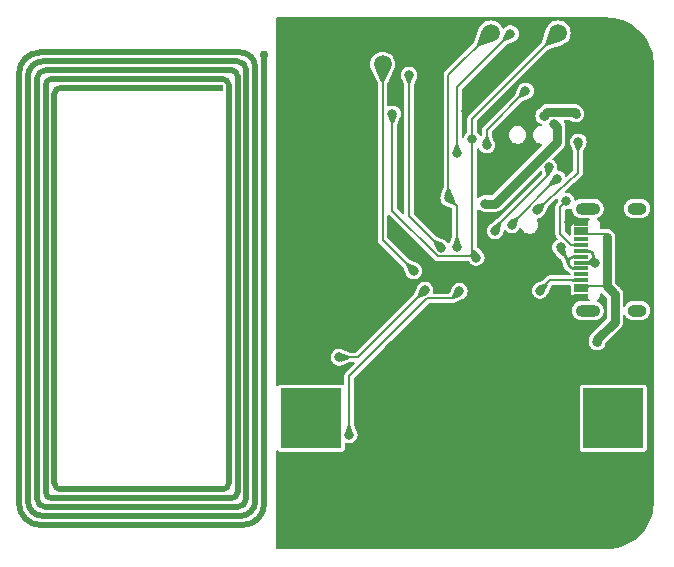
<source format=gbr>
G04 #@! TF.GenerationSoftware,KiCad,Pcbnew,8.0.0*
G04 #@! TF.CreationDate,2024-03-21T15:50:23+02:00*
G04 #@! TF.ProjectId,iot-risk-logger-stm32l4,696f742d-7269-4736-9b2d-6c6f67676572,1.0.0*
G04 #@! TF.SameCoordinates,Original*
G04 #@! TF.FileFunction,Copper,L2,Bot*
G04 #@! TF.FilePolarity,Positive*
%FSLAX46Y46*%
G04 Gerber Fmt 4.6, Leading zero omitted, Abs format (unit mm)*
G04 Created by KiCad (PCBNEW 8.0.0) date 2024-03-21 15:50:23*
%MOMM*%
%LPD*%
G01*
G04 APERTURE LIST*
G04 #@! TA.AperFunction,Conductor*
%ADD10C,0.254000*%
G04 #@! TD*
G04 #@! TA.AperFunction,Conductor*
%ADD11C,0.762000*%
G04 #@! TD*
G04 #@! TA.AperFunction,Conductor*
%ADD12C,0.200000*%
G04 #@! TD*
G04 #@! TA.AperFunction,EtchedComponent*
%ADD13C,0.508000*%
G04 #@! TD*
G04 #@! TA.AperFunction,ComponentPad*
%ADD14C,1.500000*%
G04 #@! TD*
G04 #@! TA.AperFunction,ComponentPad*
%ADD15C,0.762000*%
G04 #@! TD*
G04 #@! TA.AperFunction,SMDPad,CuDef*
%ADD16C,0.762000*%
G04 #@! TD*
G04 #@! TA.AperFunction,ComponentPad*
%ADD17C,0.609600*%
G04 #@! TD*
G04 #@! TA.AperFunction,ComponentPad*
%ADD18O,2.100000X1.000000*%
G04 #@! TD*
G04 #@! TA.AperFunction,ComponentPad*
%ADD19O,1.600000X1.000000*%
G04 #@! TD*
G04 #@! TA.AperFunction,SMDPad,CuDef*
%ADD20R,1.150000X0.300000*%
G04 #@! TD*
G04 #@! TA.AperFunction,SMDPad,CuDef*
%ADD21R,5.100000X5.100000*%
G04 #@! TD*
G04 #@! TA.AperFunction,SMDPad,CuDef*
%ADD22C,17.800000*%
G04 #@! TD*
G04 #@! TA.AperFunction,ViaPad*
%ADD23C,0.800000*%
G04 #@! TD*
G04 #@! TA.AperFunction,Conductor*
%ADD24C,0.203200*%
G04 #@! TD*
G04 #@! TA.AperFunction,Conductor*
%ADD25C,0.304800*%
G04 #@! TD*
G04 APERTURE END LIST*
D10*
G04 #@! TO.N,USB_N*
X75260622Y-42318832D02*
G75*
G02*
X75260622Y-43334768I-22J-507968D01*
G01*
D11*
G04 #@! TO.N,/+VBUS*
X76886222Y-45290632D02*
X76911622Y-41175832D01*
D10*
G04 #@! TO.N,USB_P*
X73609622Y-43334832D02*
X72974622Y-42014032D01*
D12*
G04 #@! TO.N,/+VBUS*
X74701822Y-45290632D02*
X76886222Y-45290632D01*
X76886222Y-40896432D02*
X74955822Y-40871032D01*
D13*
G04 #@! TD*
G04 #@! TO.C,AE1*
X27129422Y-27311432D02*
X27129422Y-63755432D01*
G04 #@! TO.C,AE1*
X27879422Y-27553432D02*
X27879422Y-63513432D01*
X28629422Y-27795432D02*
X28629422Y-63271432D01*
X28907422Y-65533432D02*
X46101422Y-65533432D01*
X29149422Y-64783432D02*
X45859422Y-64783432D01*
X29379422Y-28291432D02*
X29379422Y-62775432D01*
X29391422Y-64033432D02*
X45617422Y-64033432D01*
X29887422Y-63283432D02*
X45121422Y-63283432D01*
X30129422Y-29041432D02*
X30129422Y-62025432D01*
X30637422Y-62533432D02*
X44371422Y-62533432D01*
X44129422Y-28533432D02*
X30637422Y-28533432D01*
X44371422Y-27783432D02*
X29887422Y-27783432D01*
X44879422Y-62025432D02*
X44879422Y-28291432D01*
X45121422Y-27033432D02*
X29391422Y-27033432D01*
X45617422Y-26283432D02*
X29149422Y-26283432D01*
X45629422Y-62775432D02*
X45629422Y-27541432D01*
X45859422Y-25533432D02*
X28907422Y-25533432D01*
X46379422Y-63271432D02*
X46379422Y-27045432D01*
X47129422Y-63513432D02*
X47129422Y-26803432D01*
X47879422Y-63755432D02*
X47879422Y-25914432D01*
X27129422Y-27311432D02*
G75*
G02*
X28907422Y-25533432I1778000J0D01*
G01*
X27879422Y-27553432D02*
G75*
G02*
X29149422Y-26283432I1269999J1D01*
G01*
X28629422Y-27795432D02*
G75*
G02*
X29391422Y-27033432I762001J-1D01*
G01*
X28907422Y-65533432D02*
G75*
G02*
X27129422Y-63755432I0J1778000D01*
G01*
X29149422Y-64783432D02*
G75*
G02*
X27879422Y-63513432I-1J1269999D01*
G01*
X29379422Y-28291432D02*
G75*
G02*
X29887422Y-27783432I508001J-1D01*
G01*
X29391422Y-64033432D02*
G75*
G02*
X28629422Y-63271432I1J762001D01*
G01*
X29887422Y-63283432D02*
G75*
G02*
X29379422Y-62775432I1J508001D01*
G01*
X30129422Y-29041432D02*
G75*
G02*
X30637422Y-28533432I508001J-1D01*
G01*
X30637422Y-62533432D02*
G75*
G02*
X30129422Y-62025432I1J508001D01*
G01*
X44371422Y-27783432D02*
G75*
G02*
X44879422Y-28291432I0J-508000D01*
G01*
X44879422Y-62025432D02*
G75*
G02*
X44371422Y-62533432I-508000J0D01*
G01*
X45121422Y-27033432D02*
G75*
G02*
X45629422Y-27541432I0J-508000D01*
G01*
X45617422Y-26283432D02*
G75*
G02*
X46379422Y-27045432I0J-762000D01*
G01*
X45629422Y-62775432D02*
G75*
G02*
X45121422Y-63283432I-508000J0D01*
G01*
X45859422Y-25533432D02*
G75*
G02*
X47129422Y-26803432I0J-1270000D01*
G01*
X46379422Y-63271432D02*
G75*
G02*
X45617422Y-64033432I-762000J0D01*
G01*
X47129422Y-63513432D02*
G75*
G02*
X45859422Y-64783432I-1270000J0D01*
G01*
X47879422Y-63755432D02*
G75*
G02*
X46101422Y-65533432I-1778000J0D01*
G01*
G04 #@! TD*
D14*
G04 #@! TO.P,TP1,1,1*
G04 #@! TO.N,SDA*
X72771422Y-23878432D03*
G04 #@! TD*
G04 #@! TO.P,TP2,1,1*
G04 #@! TO.N,SCL*
X67056422Y-23878432D03*
G04 #@! TD*
D15*
G04 #@! TO.P,AE1,1*
G04 #@! TO.N,Net-(U1-AC1)*
X47879422Y-25783432D03*
D16*
X47879422Y-25783432D03*
D17*
G04 #@! TO.P,AE1,3*
G04 #@! TO.N,N/C*
X44129422Y-28533432D03*
G04 #@! TD*
D14*
G04 #@! TO.P,TP4,1,1*
G04 #@! TO.N,_NFC_INT*
X57912422Y-26545432D03*
G04 #@! TD*
G04 #@! TO.P,TP3,1,1*
G04 #@! TO.N,GND*
X64516422Y-56517432D03*
G04 #@! TD*
D18*
G04 #@! TO.P,J1,*
G04 #@! TO.N,*
X75274422Y-38757432D03*
D19*
X79454422Y-47397432D03*
D20*
G04 #@! TO.P,J1,A1,GND*
G04 #@! TO.N,GND*
X74709422Y-39727432D03*
G04 #@! TO.P,J1,A4,VBUS*
G04 #@! TO.N,/+VBUS*
X74709422Y-40527432D03*
G04 #@! TO.P,J1,A5,CC1*
G04 #@! TO.N,/CC1*
X74709422Y-41827432D03*
G04 #@! TO.P,J1,A6,D+*
G04 #@! TO.N,USB_P*
X74709422Y-42827432D03*
G04 #@! TO.P,J1,A7,D-*
G04 #@! TO.N,USB_N*
X74709422Y-43327432D03*
G04 #@! TO.P,J1,A8,SBU1*
G04 #@! TO.N,unconnected-(J1-SBU1-PadA8)*
X74709422Y-44327432D03*
G04 #@! TO.P,J1,A9,VBUS*
G04 #@! TO.N,/+VBUS*
X74709422Y-45627432D03*
G04 #@! TO.P,J1,A12,GND*
G04 #@! TO.N,GND*
X74709422Y-46427432D03*
G04 #@! TO.P,J1,B1,GND*
X74709422Y-46127432D03*
G04 #@! TO.P,J1,B4,VBUS*
G04 #@! TO.N,/+VBUS*
X74709422Y-45327432D03*
G04 #@! TO.P,J1,B5,CC2*
G04 #@! TO.N,/CC2*
X74709422Y-44827432D03*
G04 #@! TO.P,J1,B6,D+*
G04 #@! TO.N,USB_P*
X74709422Y-43827432D03*
G04 #@! TO.P,J1,B7,D-*
G04 #@! TO.N,USB_N*
X74709422Y-42327432D03*
G04 #@! TO.P,J1,B8,SBU2*
G04 #@! TO.N,unconnected-(J1-SBU2-PadB8)*
X74709422Y-41327432D03*
G04 #@! TO.P,J1,B9,VBUS*
G04 #@! TO.N,/+VBUS*
X74709422Y-40827432D03*
G04 #@! TO.P,J1,B12,GND*
G04 #@! TO.N,GND*
X74709422Y-40027432D03*
D19*
G04 #@! TO.P,J1,S1,SHIELD*
G04 #@! TO.N,/GND_SHIELD*
X79454422Y-38757432D03*
D18*
G04 #@! TO.P,J1,s1*
X75274422Y-47397432D03*
G04 #@! TD*
D21*
G04 #@! TO.P,BT1,*
G04 #@! TO.N,*
X51843422Y-56517432D03*
G04 #@! TO.P,BT1,1,+*
G04 #@! TO.N,/+BATTERY*
X77443422Y-56517432D03*
D22*
G04 #@! TO.P,BT1,2,-*
G04 #@! TO.N,GND*
X64643422Y-56517432D03*
G04 #@! TD*
D23*
G04 #@! TO.N,GND*
X68656622Y-26570832D03*
X62865422Y-58168432D03*
X49784422Y-25402432D03*
X49784422Y-44452432D03*
X77394222Y-34648032D03*
X49784422Y-52072432D03*
X67640622Y-51081832D03*
X64008422Y-44706432D03*
X64999022Y-30507832D03*
X69266222Y-31219032D03*
X55575622Y-44858832D03*
X63017822Y-43741232D03*
X66396022Y-35359232D03*
X71552222Y-49862632D03*
X62865422Y-56517432D03*
X49784422Y-62232432D03*
X49784422Y-38737432D03*
X69190022Y-59895632D03*
X73685822Y-39880432D03*
X66167422Y-58168432D03*
X66167422Y-54866432D03*
X49784422Y-48262432D03*
X61951022Y-32666832D03*
X64516422Y-54866432D03*
X57048822Y-37569032D03*
X73330222Y-47703632D03*
X66167422Y-56517432D03*
X55575622Y-39728032D03*
X49784422Y-36832432D03*
X63983022Y-43741232D03*
X62560622Y-28069432D03*
X73914422Y-61419632D03*
X49784422Y-50167432D03*
X49784422Y-23497432D03*
X62992422Y-54866432D03*
X61087422Y-34165432D03*
X49784422Y-42547432D03*
X62992422Y-44706432D03*
X49784422Y-40642432D03*
X64516422Y-58168432D03*
X49784422Y-46357432D03*
X49784422Y-29187032D03*
X67869222Y-62384832D03*
X49784422Y-34927432D03*
X49784422Y-66042432D03*
X49784422Y-64137432D03*
G04 #@! TO.N,_RESET*
X68834422Y-40118032D03*
X72695222Y-36248232D03*
G04 #@! TO.N,_LED*
X72443322Y-31599432D03*
X66546322Y-38332732D03*
G04 #@! TO.N,SWDCLK*
X71999222Y-35252832D03*
X67440588Y-40635298D03*
G04 #@! TO.N,SDA*
X65829222Y-42901232D03*
X58740922Y-30737332D03*
X65481622Y-32870032D03*
G04 #@! TO.N,SCL*
X64223222Y-41994432D03*
X63505722Y-37856532D03*
G04 #@! TO.N,VDD*
X74473222Y-33124032D03*
X71554522Y-30889732D03*
X74275322Y-30721432D03*
X70993422Y-38864432D03*
G04 #@! TO.N,_NFC_INT*
X60545822Y-44022132D03*
G04 #@! TO.N,_LIGHT_INT*
X60141122Y-27436032D03*
X62855222Y-42070732D03*
G04 #@! TO.N,TEMP_INT*
X68730122Y-23950232D03*
X64204531Y-34055492D03*
G04 #@! TO.N,_TEMP_RESET*
X70004422Y-28787532D03*
X66726222Y-33378032D03*
G04 #@! TO.N,/+VBUS*
X76073422Y-50065832D03*
G04 #@! TO.N,USB_N*
X75895622Y-43334832D03*
G04 #@! TO.N,USB_P*
X72974622Y-42039432D03*
G04 #@! TO.N,/CC1*
X73456800Y-38125400D03*
G04 #@! TO.N,/CC2*
X71238722Y-45695732D03*
G04 #@! TO.N,/QSPI_IO1*
X55075622Y-57913532D03*
X64404228Y-45758954D03*
G04 #@! TO.N,/QSPI_IO3*
X54236022Y-51350632D03*
X61488722Y-45661532D03*
G04 #@! TO.N,/+BATTERY*
X76581422Y-57787432D03*
X76200422Y-58549432D03*
X75311422Y-58549432D03*
X75692422Y-57787432D03*
G04 #@! TD*
D24*
G04 #@! TO.N,_RESET*
X68834422Y-40026694D02*
X72612884Y-36248232D01*
X72612884Y-36248232D02*
X72695222Y-36248232D01*
X68834422Y-40118032D02*
X68834422Y-40026694D01*
D11*
G04 #@! TO.N,_LED*
X72705822Y-33088432D02*
X72705822Y-31861932D01*
X66546322Y-38332732D02*
X67461522Y-38332732D01*
X67461522Y-38332732D02*
X72705822Y-33088432D01*
X72705822Y-31861932D02*
X72443322Y-31599432D01*
D24*
G04 #@! TO.N,SWDCLK*
X67440588Y-40374966D02*
X71999222Y-35816332D01*
X67440588Y-40635298D02*
X67440588Y-40374966D01*
X71999222Y-35816332D02*
X71999222Y-35252832D01*
G04 #@! TO.N,SDA*
X65292822Y-42780032D02*
X62557022Y-42780032D01*
X65500422Y-31149432D02*
X72771422Y-23878432D01*
X62557022Y-42780032D02*
X58740922Y-38963932D01*
X65500422Y-42572432D02*
X65292822Y-42780032D01*
X58740922Y-38963932D02*
X58740922Y-30737332D01*
X65829222Y-42901232D02*
X65500422Y-42572432D01*
X65500422Y-42572432D02*
X65500422Y-31149432D01*
G04 #@! TO.N,SCL*
X63472922Y-37823732D02*
X63505722Y-37856532D01*
X64223222Y-38574032D02*
X64223222Y-41994432D01*
X63505722Y-37856532D02*
X64223222Y-38574032D01*
X67056422Y-23878432D02*
X63472922Y-27461932D01*
X63472922Y-27461932D02*
X63472922Y-37823732D01*
D12*
G04 #@! TO.N,VDD*
X74447822Y-35740232D02*
X74447822Y-33149432D01*
D11*
X71841522Y-30602732D02*
X71554522Y-30889732D01*
X74156622Y-30602732D02*
X71841522Y-30602732D01*
D12*
X70968022Y-38864432D02*
X74447822Y-35740232D01*
D11*
X74275322Y-30721432D02*
X74156622Y-30602732D01*
D24*
G04 #@! TO.N,_NFC_INT*
X57912422Y-26545432D02*
X57912422Y-41388732D01*
X57912422Y-41388732D02*
X60545822Y-44022132D01*
G04 #@! TO.N,_LIGHT_INT*
X62855222Y-42070732D02*
X60141122Y-39356632D01*
X60141122Y-39356632D02*
X60141122Y-27436032D01*
G04 #@! TO.N,TEMP_INT*
X64204531Y-34055492D02*
X64193522Y-34044483D01*
X64193522Y-34044483D02*
X64193522Y-28486832D01*
X64193522Y-28486832D02*
X68730122Y-23950232D01*
G04 #@! TO.N,_TEMP_RESET*
X66726222Y-32065732D02*
X70004422Y-28787532D01*
X66726222Y-33378032D02*
X66726222Y-32065732D01*
D12*
G04 #@! TO.N,/+VBUS*
X74701822Y-45290632D02*
X76886222Y-45290632D01*
X76886222Y-40896432D02*
X74955822Y-40871032D01*
D11*
X76073422Y-50065832D02*
X76073422Y-49837232D01*
D12*
X76886222Y-45290632D02*
X76886222Y-40896432D01*
D11*
X76073422Y-49837232D02*
X77572022Y-48338632D01*
X77572022Y-48338632D02*
X77572022Y-45976432D01*
X77419622Y-45824032D02*
X76886222Y-45290632D01*
D25*
G04 #@! TO.N,USB_N*
X75921022Y-43334832D02*
X74905022Y-43334832D01*
D10*
X75260622Y-42318832D02*
G75*
G02*
X75260622Y-43334768I-22J-507968D01*
G01*
G04 #@! TO.N,USB_P*
X73609622Y-43334832D02*
X72974622Y-42014032D01*
X74117622Y-43842832D02*
G75*
G02*
X74117622Y-42826768I-22J508032D01*
G01*
D24*
G04 #@! TO.N,/CC1*
X72930222Y-38651978D02*
X72930222Y-40882832D01*
X73456800Y-38125400D02*
X72930222Y-38651978D01*
X73874822Y-41827432D02*
X74709422Y-41827432D01*
X72930222Y-40882832D02*
X73874822Y-41827432D01*
G04 #@! TO.N,/CC2*
X71238722Y-45695732D02*
X72107022Y-44827432D01*
X72107022Y-44827432D02*
X74709422Y-44827432D01*
G04 #@! TO.N,/QSPI_IO1*
X63794950Y-46368232D02*
X61649122Y-46368232D01*
X64404228Y-45758954D02*
X63794950Y-46368232D01*
X61649122Y-46368232D02*
X55075622Y-52941732D01*
X55075622Y-52941732D02*
X55075622Y-57913532D01*
G04 #@! TO.N,/QSPI_IO3*
X54236022Y-51350632D02*
X55799622Y-51350632D01*
X55799622Y-51350632D02*
X61488722Y-45661532D01*
D11*
G04 #@! TO.N,/+BATTERY*
X76581422Y-57379432D02*
X76581422Y-57787432D01*
X77443422Y-56517432D02*
X76581422Y-57379432D01*
G04 #@! TD*
G04 #@! TA.AperFunction,Conductor*
G04 #@! TO.N,GND*
G36*
X73889168Y-38773518D02*
G01*
X73918062Y-38828571D01*
X73919013Y-38835643D01*
X73919121Y-38836743D01*
X73950069Y-38992331D01*
X74010772Y-39138881D01*
X74010776Y-39138889D01*
X74098902Y-39270779D01*
X74211074Y-39382951D01*
X74342964Y-39471077D01*
X74342966Y-39471078D01*
X74342969Y-39471080D01*
X74416247Y-39501432D01*
X74489522Y-39531784D01*
X74489523Y-39531784D01*
X74489525Y-39531785D01*
X74645107Y-39562732D01*
X74645108Y-39562732D01*
X75342372Y-39562732D01*
X75401503Y-39581945D01*
X75438048Y-39632245D01*
X75438048Y-39694419D01*
X75413507Y-39734467D01*
X75313907Y-39834066D01*
X75238142Y-39965294D01*
X75229493Y-39997571D01*
X75195629Y-40049714D01*
X75137584Y-40071994D01*
X75132321Y-40072132D01*
X74088850Y-40072132D01*
X74088835Y-40072133D01*
X74063313Y-40075094D01*
X74063310Y-40075094D01*
X73958897Y-40121197D01*
X73878187Y-40201907D01*
X73832084Y-40306320D01*
X73832084Y-40306321D01*
X73829122Y-40331849D01*
X73829122Y-40963418D01*
X73809909Y-41022549D01*
X73759609Y-41059094D01*
X73697435Y-41059094D01*
X73657387Y-41034553D01*
X73366587Y-40743753D01*
X73338361Y-40688355D01*
X73337122Y-40672618D01*
X73337122Y-38931300D01*
X73356335Y-38872169D01*
X73406635Y-38835624D01*
X73437722Y-38830700D01*
X73542435Y-38830700D01*
X73542439Y-38830700D01*
X73708740Y-38789710D01*
X73772149Y-38756430D01*
X73833433Y-38745964D01*
X73889168Y-38773518D01*
G37*
G04 #@! TD.AperFunction*
G04 #@! TA.AperFunction,Conductor*
G36*
X76880011Y-22577439D02*
G01*
X77071474Y-22579713D01*
X77080124Y-22580189D01*
X77461804Y-22617784D01*
X77471540Y-22619228D01*
X77847100Y-22693934D01*
X77856668Y-22696331D01*
X78223088Y-22807486D01*
X78232370Y-22810807D01*
X78586131Y-22957342D01*
X78595043Y-22961557D01*
X78932749Y-23142067D01*
X78941199Y-23147132D01*
X79153966Y-23289301D01*
X79259575Y-23359868D01*
X79267495Y-23365741D01*
X79563498Y-23608668D01*
X79570800Y-23615287D01*
X79841547Y-23886038D01*
X79848177Y-23893353D01*
X80091082Y-24189338D01*
X80096963Y-24197267D01*
X80309688Y-24515636D01*
X80314764Y-24524104D01*
X80495261Y-24861798D01*
X80499482Y-24870723D01*
X80646011Y-25224481D01*
X80649336Y-25233776D01*
X80760480Y-25600180D01*
X80762879Y-25609757D01*
X80837575Y-25985295D01*
X80839024Y-25995060D01*
X80876612Y-26376730D01*
X80877089Y-26385368D01*
X80879415Y-26576855D01*
X80879422Y-26578077D01*
X80879422Y-63576850D01*
X80879414Y-63578084D01*
X80877066Y-63769487D01*
X80876590Y-63778114D01*
X80838997Y-64159794D01*
X80837548Y-64169559D01*
X80762850Y-64545092D01*
X80760451Y-64554669D01*
X80649303Y-64921076D01*
X80645977Y-64930371D01*
X80499449Y-65284119D01*
X80495228Y-65293043D01*
X80314736Y-65630720D01*
X80309661Y-65639188D01*
X80096936Y-65957554D01*
X80091055Y-65965484D01*
X79848148Y-66261466D01*
X79841518Y-66268781D01*
X79570771Y-66539528D01*
X79563456Y-66546158D01*
X79267474Y-66789065D01*
X79259544Y-66794946D01*
X78941178Y-67007671D01*
X78932710Y-67012746D01*
X78595033Y-67193238D01*
X78586109Y-67197459D01*
X78232361Y-67343987D01*
X78223066Y-67347313D01*
X77856659Y-67458461D01*
X77847082Y-67460860D01*
X77471549Y-67535558D01*
X77461784Y-67537007D01*
X77080104Y-67574600D01*
X77071476Y-67575076D01*
X76880073Y-67577423D01*
X76878840Y-67577431D01*
X48980022Y-67577423D01*
X48920891Y-67558210D01*
X48884346Y-67507910D01*
X48879422Y-67476823D01*
X48879422Y-59328061D01*
X48898635Y-59268930D01*
X48948935Y-59232385D01*
X49011109Y-59232385D01*
X49051157Y-59256926D01*
X49117897Y-59323666D01*
X49222313Y-59369770D01*
X49247843Y-59372732D01*
X54439000Y-59372731D01*
X54464531Y-59369770D01*
X54568947Y-59323666D01*
X54649656Y-59242957D01*
X54695760Y-59138541D01*
X54698722Y-59113011D01*
X54698722Y-59113003D01*
X74588122Y-59113003D01*
X74588123Y-59113018D01*
X74591084Y-59138540D01*
X74591084Y-59138543D01*
X74637187Y-59242956D01*
X74637188Y-59242957D01*
X74717897Y-59323666D01*
X74822313Y-59369770D01*
X74847843Y-59372732D01*
X80039000Y-59372731D01*
X80064531Y-59369770D01*
X80168947Y-59323666D01*
X80249656Y-59242957D01*
X80295760Y-59138541D01*
X80298722Y-59113011D01*
X80298721Y-53921854D01*
X80295760Y-53896323D01*
X80249656Y-53791907D01*
X80168947Y-53711198D01*
X80168946Y-53711197D01*
X80064532Y-53665094D01*
X80039002Y-53662132D01*
X74847850Y-53662132D01*
X74847835Y-53662133D01*
X74822313Y-53665094D01*
X74822310Y-53665094D01*
X74717897Y-53711197D01*
X74637187Y-53791907D01*
X74591084Y-53896320D01*
X74591084Y-53896321D01*
X74588122Y-53921849D01*
X74588122Y-59113003D01*
X54698722Y-59113003D01*
X54698721Y-58675447D01*
X54717934Y-58616317D01*
X54768234Y-58579772D01*
X54823397Y-58577771D01*
X54823679Y-58577840D01*
X54823682Y-58577842D01*
X54989983Y-58618832D01*
X54989987Y-58618832D01*
X55161257Y-58618832D01*
X55161261Y-58618832D01*
X55327562Y-58577842D01*
X55479221Y-58498246D01*
X55607424Y-58384667D01*
X55704721Y-58243709D01*
X55765457Y-58083561D01*
X55786102Y-57913532D01*
X55765457Y-57743503D01*
X55735944Y-57665685D01*
X55731573Y-57650772D01*
X55727389Y-57630934D01*
X55727389Y-57630933D01*
X55490179Y-57058226D01*
X55482522Y-57019730D01*
X55482522Y-53151946D01*
X55501735Y-53092815D01*
X55511987Y-53080811D01*
X61788201Y-46804597D01*
X61843599Y-46776371D01*
X61859336Y-46775132D01*
X63848520Y-46775132D01*
X63952008Y-46747402D01*
X64044793Y-46693833D01*
X64059940Y-46678685D01*
X64092571Y-46656879D01*
X64665268Y-46419651D01*
X64671539Y-46416972D01*
X64677908Y-46412618D01*
X64687899Y-46406609D01*
X64807827Y-46343668D01*
X64936030Y-46230089D01*
X65033327Y-46089131D01*
X65094063Y-45928983D01*
X65114708Y-45758954D01*
X65094063Y-45588925D01*
X65033327Y-45428777D01*
X64936030Y-45287819D01*
X64807827Y-45174240D01*
X64807826Y-45174239D01*
X64656170Y-45094645D01*
X64656172Y-45094645D01*
X64489867Y-45053654D01*
X64318589Y-45053654D01*
X64318588Y-45053654D01*
X64152284Y-45094645D01*
X64000629Y-45174239D01*
X63872427Y-45287818D01*
X63775129Y-45428775D01*
X63760246Y-45468015D01*
X63750475Y-45487250D01*
X63743537Y-45497898D01*
X63743535Y-45497902D01*
X63743532Y-45497908D01*
X63743532Y-45497909D01*
X63588530Y-45872101D01*
X63577291Y-45899232D01*
X63536911Y-45946509D01*
X63484349Y-45961332D01*
X62274977Y-45961332D01*
X62215846Y-45942119D01*
X62179301Y-45891819D01*
X62177302Y-45836651D01*
X62178556Y-45831564D01*
X62178556Y-45831563D01*
X62178557Y-45831561D01*
X62199202Y-45661532D01*
X62178557Y-45491503D01*
X62117821Y-45331355D01*
X62020524Y-45190397D01*
X61892321Y-45076818D01*
X61892320Y-45076817D01*
X61740664Y-44997223D01*
X61740666Y-44997223D01*
X61574361Y-44956232D01*
X61403083Y-44956232D01*
X61403082Y-44956232D01*
X61236778Y-44997223D01*
X61085123Y-45076817D01*
X60956921Y-45190396D01*
X60859623Y-45331353D01*
X60844740Y-45370593D01*
X60834969Y-45389828D01*
X60828031Y-45400476D01*
X60828029Y-45400480D01*
X60828026Y-45400486D01*
X60828026Y-45400487D01*
X60800054Y-45468015D01*
X60590793Y-45973188D01*
X60568986Y-46005823D01*
X55660543Y-50914267D01*
X55605145Y-50942493D01*
X55589408Y-50943732D01*
X55129824Y-50943732D01*
X55091328Y-50936075D01*
X54518619Y-50698863D01*
X54512294Y-50696325D01*
X54512293Y-50696324D01*
X54512289Y-50696323D01*
X54510094Y-50695683D01*
X54491514Y-50688186D01*
X54487966Y-50686324D01*
X54487965Y-50686323D01*
X54487962Y-50686322D01*
X54321661Y-50645332D01*
X54150383Y-50645332D01*
X54150382Y-50645332D01*
X53984078Y-50686323D01*
X53832423Y-50765917D01*
X53704221Y-50879496D01*
X53606924Y-51020452D01*
X53606922Y-51020455D01*
X53562887Y-51136568D01*
X53546187Y-51180603D01*
X53525542Y-51350632D01*
X53546187Y-51520661D01*
X53579587Y-51608730D01*
X53606922Y-51680808D01*
X53606923Y-51680809D01*
X53704220Y-51821767D01*
X53832423Y-51935346D01*
X53984078Y-52014940D01*
X53984079Y-52014940D01*
X53984082Y-52014942D01*
X54150383Y-52055932D01*
X54150387Y-52055932D01*
X54321657Y-52055932D01*
X54321661Y-52055932D01*
X54487962Y-52014942D01*
X54494966Y-52011265D01*
X54514339Y-52004292D01*
X54514179Y-52003774D01*
X54518613Y-52002400D01*
X54518621Y-52002399D01*
X55091325Y-51765188D01*
X55129821Y-51757532D01*
X55441508Y-51757532D01*
X55500639Y-51776745D01*
X55537184Y-51827045D01*
X55537184Y-51889219D01*
X55512643Y-51929267D01*
X54750021Y-52691889D01*
X54750020Y-52691891D01*
X54696451Y-52784674D01*
X54696452Y-52784675D01*
X54668722Y-52888159D01*
X54668722Y-53600863D01*
X54649509Y-53659994D01*
X54599209Y-53696539D01*
X54537035Y-53696539D01*
X54527488Y-53692892D01*
X54464529Y-53665093D01*
X54439002Y-53662132D01*
X49247850Y-53662132D01*
X49247835Y-53662133D01*
X49222313Y-53665094D01*
X49222310Y-53665094D01*
X49117897Y-53711197D01*
X49051157Y-53777938D01*
X48995759Y-53806164D01*
X48934351Y-53796438D01*
X48890387Y-53752474D01*
X48879422Y-53706803D01*
X48879422Y-26545432D01*
X56852016Y-26545432D01*
X56872391Y-26752310D01*
X56932734Y-26951231D01*
X56938771Y-26962526D01*
X56943919Y-26975404D01*
X56944387Y-26975228D01*
X56946030Y-26979576D01*
X56946031Y-26979579D01*
X57483556Y-28082232D01*
X57495350Y-28106425D01*
X57505522Y-28150507D01*
X57505522Y-41442304D01*
X57533253Y-41545793D01*
X57586819Y-41638572D01*
X57586821Y-41638575D01*
X58642584Y-42694338D01*
X59626087Y-43677841D01*
X59647894Y-43710476D01*
X59885125Y-44283174D01*
X59885150Y-44283232D01*
X59887805Y-44289447D01*
X59892455Y-44296251D01*
X59903459Y-44317336D01*
X59916723Y-44352310D01*
X59916724Y-44352311D01*
X60014020Y-44493267D01*
X60142223Y-44606846D01*
X60293878Y-44686440D01*
X60293879Y-44686440D01*
X60293882Y-44686442D01*
X60460183Y-44727432D01*
X60460187Y-44727432D01*
X60631457Y-44727432D01*
X60631461Y-44727432D01*
X60797762Y-44686442D01*
X60949421Y-44606846D01*
X61077624Y-44493267D01*
X61174921Y-44352309D01*
X61235657Y-44192161D01*
X61256302Y-44022132D01*
X61235657Y-43852103D01*
X61174921Y-43691955D01*
X61077624Y-43550997D01*
X60949421Y-43437418D01*
X60949420Y-43437417D01*
X60820242Y-43369620D01*
X60812069Y-43364827D01*
X60806863Y-43361434D01*
X60234166Y-43124204D01*
X60201531Y-43102397D01*
X58348787Y-41249653D01*
X58320561Y-41194255D01*
X58319322Y-41178518D01*
X58319322Y-39360645D01*
X58338535Y-39301514D01*
X58388835Y-39264969D01*
X58451009Y-39264969D01*
X58491054Y-39289508D01*
X62231421Y-43029874D01*
X62231420Y-43029874D01*
X62272806Y-43071259D01*
X62307180Y-43105633D01*
X62307182Y-43105634D01*
X62399961Y-43159200D01*
X62399965Y-43159202D01*
X62503453Y-43186932D01*
X65116623Y-43186932D01*
X65175754Y-43206145D01*
X65199415Y-43230384D01*
X65200123Y-43231409D01*
X65297420Y-43372367D01*
X65425623Y-43485946D01*
X65577278Y-43565540D01*
X65577279Y-43565540D01*
X65577282Y-43565542D01*
X65743583Y-43606532D01*
X65743587Y-43606532D01*
X65914857Y-43606532D01*
X65914861Y-43606532D01*
X66081162Y-43565542D01*
X66232821Y-43485946D01*
X66361024Y-43372367D01*
X66458321Y-43231409D01*
X66519057Y-43071261D01*
X66539702Y-42901232D01*
X66519057Y-42731203D01*
X66458321Y-42571055D01*
X66361024Y-42430097D01*
X66361021Y-42430094D01*
X66361019Y-42430092D01*
X66304587Y-42380096D01*
X66297319Y-42372969D01*
X66286944Y-42361708D01*
X66286943Y-42361707D01*
X66286942Y-42361706D01*
X66286939Y-42361704D01*
X66270450Y-42349387D01*
X66263946Y-42344092D01*
X66232821Y-42316518D01*
X66232815Y-42316514D01*
X66218426Y-42308962D01*
X66204978Y-42300485D01*
X65947721Y-42108333D01*
X65911843Y-42057554D01*
X65907322Y-42027734D01*
X65907322Y-38932422D01*
X65926535Y-38873291D01*
X65976835Y-38836746D01*
X66039009Y-38836746D01*
X66074629Y-38857120D01*
X66142723Y-38917446D01*
X66294378Y-38997040D01*
X66294379Y-38997040D01*
X66294382Y-38997042D01*
X66460683Y-39038032D01*
X66460687Y-39038032D01*
X66631957Y-39038032D01*
X66631961Y-39038032D01*
X66697187Y-39021954D01*
X66721262Y-39019032D01*
X67529116Y-39019032D01*
X67529117Y-39019032D01*
X67661708Y-38992658D01*
X67786607Y-38940923D01*
X67899013Y-38865816D01*
X67994606Y-38770223D01*
X71194858Y-35569969D01*
X71250254Y-35541745D01*
X71311662Y-35551471D01*
X71355626Y-35595435D01*
X71363402Y-35615978D01*
X71402516Y-35767605D01*
X71398682Y-35829661D01*
X71376240Y-35863868D01*
X67595429Y-39644679D01*
X67579857Y-39656851D01*
X67579943Y-39656968D01*
X67069339Y-40032319D01*
X67056509Y-40040338D01*
X67036991Y-40050582D01*
X67036989Y-40050583D01*
X67003826Y-40079962D01*
X66996710Y-40085710D01*
X66984913Y-40094383D01*
X66984904Y-40094389D01*
X66984896Y-40094396D01*
X66968888Y-40107116D01*
X66966618Y-40108921D01*
X66965333Y-40110024D01*
X66965323Y-40110033D01*
X66943489Y-40130683D01*
X66939719Y-40135189D01*
X66939102Y-40134673D01*
X66929156Y-40146114D01*
X66908789Y-40164159D01*
X66908784Y-40164165D01*
X66811490Y-40305118D01*
X66811488Y-40305121D01*
X66779594Y-40389221D01*
X66750753Y-40465269D01*
X66730108Y-40635298D01*
X66750753Y-40805327D01*
X66769403Y-40854503D01*
X66811488Y-40965474D01*
X66811489Y-40965475D01*
X66908786Y-41106433D01*
X67036989Y-41220012D01*
X67188644Y-41299606D01*
X67188645Y-41299606D01*
X67188648Y-41299608D01*
X67354949Y-41340598D01*
X67354953Y-41340598D01*
X67526223Y-41340598D01*
X67526227Y-41340598D01*
X67692528Y-41299608D01*
X67844187Y-41220012D01*
X67972390Y-41106433D01*
X68069687Y-40965475D01*
X68130423Y-40805327D01*
X68145352Y-40682367D01*
X68149271Y-40664259D01*
X68149882Y-40662324D01*
X68149884Y-40662306D01*
X68150865Y-40657775D01*
X68152543Y-40658137D01*
X68175804Y-40608027D01*
X68230130Y-40577788D01*
X68291854Y-40585257D01*
X68316206Y-40601203D01*
X68430823Y-40702746D01*
X68582478Y-40782340D01*
X68582479Y-40782340D01*
X68582482Y-40782342D01*
X68748783Y-40823332D01*
X68748787Y-40823332D01*
X68920057Y-40823332D01*
X68920061Y-40823332D01*
X69086362Y-40782342D01*
X69238021Y-40702746D01*
X69366224Y-40589167D01*
X69463521Y-40448209D01*
X69477595Y-40411097D01*
X69516526Y-40362621D01*
X69576516Y-40346286D01*
X69634651Y-40368332D01*
X69664600Y-40408270D01*
X69695541Y-40482966D01*
X69697502Y-40487701D01*
X69717182Y-40517154D01*
X69779119Y-40609850D01*
X69883003Y-40713734D01*
X69913333Y-40734000D01*
X70005153Y-40795352D01*
X70072700Y-40823331D01*
X70140877Y-40851571D01*
X70140878Y-40851571D01*
X70140880Y-40851572D01*
X70284967Y-40880232D01*
X70431877Y-40880232D01*
X70575964Y-40851572D01*
X70711691Y-40795352D01*
X70833842Y-40713733D01*
X70937723Y-40609852D01*
X71019342Y-40487701D01*
X71075562Y-40351974D01*
X71104222Y-40207887D01*
X71104222Y-40060977D01*
X71075562Y-39916890D01*
X71019342Y-39781163D01*
X70982630Y-39726220D01*
X70965755Y-39666383D01*
X70987274Y-39608051D01*
X71038970Y-39573509D01*
X71066277Y-39569732D01*
X71079057Y-39569732D01*
X71079061Y-39569732D01*
X71245362Y-39528742D01*
X71397021Y-39449146D01*
X71525224Y-39335567D01*
X71622521Y-39194609D01*
X71634700Y-39162492D01*
X71646101Y-39140831D01*
X71650740Y-39134144D01*
X71895802Y-38587757D01*
X71920378Y-38554078D01*
X72589588Y-37953254D01*
X72646421Y-37928049D01*
X72707218Y-37941063D01*
X72748754Y-37987327D01*
X72756660Y-38040238D01*
X72746320Y-38125400D01*
X72755036Y-38197191D01*
X72743089Y-38258206D01*
X72726305Y-38280449D01*
X72604620Y-38402135D01*
X72551051Y-38494921D01*
X72551049Y-38494927D01*
X72531386Y-38568314D01*
X72525639Y-38589763D01*
X72523322Y-38598409D01*
X72523322Y-38598410D01*
X72523322Y-40936404D01*
X72551053Y-41039893D01*
X72604146Y-41131853D01*
X72604621Y-41132675D01*
X72707581Y-41235635D01*
X72735806Y-41291031D01*
X72726080Y-41352439D01*
X72683196Y-41395845D01*
X72571023Y-41454717D01*
X72442821Y-41568296D01*
X72345524Y-41709252D01*
X72345522Y-41709255D01*
X72307155Y-41810424D01*
X72284787Y-41869403D01*
X72264142Y-42039432D01*
X72284787Y-42209461D01*
X72305416Y-42263855D01*
X72345522Y-42369608D01*
X72345524Y-42369611D01*
X72353680Y-42381427D01*
X72442820Y-42510567D01*
X72466772Y-42531786D01*
X72469151Y-42533894D01*
X72483170Y-42549169D01*
X72489932Y-42558263D01*
X72489936Y-42558268D01*
X72605203Y-42664932D01*
X72860563Y-42901232D01*
X72956279Y-42989803D01*
X72978618Y-43020050D01*
X73003238Y-43071259D01*
X73173725Y-43425873D01*
X73181726Y-43449834D01*
X73213407Y-43609092D01*
X73284290Y-43780219D01*
X73284295Y-43780228D01*
X73387209Y-43934242D01*
X73387212Y-43934246D01*
X73518187Y-44065215D01*
X73518194Y-44065221D01*
X73672203Y-44168120D01*
X73672206Y-44168122D01*
X73672207Y-44168122D01*
X73672211Y-44168125D01*
X73767019Y-44207391D01*
X73814296Y-44247768D01*
X73829122Y-44300334D01*
X73829122Y-44319932D01*
X73809909Y-44379063D01*
X73759609Y-44415608D01*
X73728522Y-44420532D01*
X72053450Y-44420532D01*
X71949961Y-44448263D01*
X71857179Y-44501831D01*
X71583013Y-44775996D01*
X71550378Y-44797803D01*
X70977631Y-45035055D01*
X70971386Y-45037724D01*
X70971378Y-45037728D01*
X70965003Y-45042085D01*
X70955001Y-45048099D01*
X70835126Y-45111015D01*
X70745523Y-45190397D01*
X70706920Y-45224597D01*
X70685090Y-45256222D01*
X70609624Y-45365552D01*
X70609622Y-45365555D01*
X70580120Y-45443347D01*
X70548887Y-45525703D01*
X70528242Y-45695732D01*
X70548887Y-45865761D01*
X70560599Y-45896642D01*
X70609622Y-46025908D01*
X70609623Y-46025909D01*
X70706920Y-46166867D01*
X70835123Y-46280446D01*
X70986778Y-46360040D01*
X70986779Y-46360040D01*
X70986782Y-46360042D01*
X71153083Y-46401032D01*
X71153087Y-46401032D01*
X71324357Y-46401032D01*
X71324361Y-46401032D01*
X71490662Y-46360042D01*
X71642321Y-46280446D01*
X71770524Y-46166867D01*
X71867821Y-46025909D01*
X71882707Y-45986657D01*
X71892483Y-45967415D01*
X71899419Y-45956772D01*
X72136647Y-45384075D01*
X72158451Y-45351444D01*
X72246101Y-45263796D01*
X72301499Y-45235570D01*
X72317235Y-45234332D01*
X73728522Y-45234332D01*
X73787653Y-45253545D01*
X73824198Y-45303845D01*
X73829122Y-45334932D01*
X73829122Y-45823003D01*
X73829123Y-45823018D01*
X73832084Y-45848540D01*
X73832084Y-45848543D01*
X73878187Y-45952956D01*
X73878188Y-45952957D01*
X73958897Y-46033666D01*
X74063313Y-46079770D01*
X74088843Y-46082732D01*
X75132321Y-46082731D01*
X75191452Y-46101944D01*
X75227997Y-46152244D01*
X75229491Y-46157285D01*
X75232058Y-46166867D01*
X75238142Y-46189570D01*
X75313907Y-46320797D01*
X75413507Y-46420397D01*
X75441733Y-46475795D01*
X75432007Y-46537203D01*
X75388043Y-46581167D01*
X75342372Y-46592132D01*
X74645107Y-46592132D01*
X74626848Y-46595764D01*
X74489522Y-46623079D01*
X74342972Y-46683782D01*
X74342964Y-46683786D01*
X74211074Y-46771912D01*
X74211073Y-46771914D01*
X74098904Y-46884083D01*
X74098902Y-46884084D01*
X74010776Y-47015974D01*
X74010772Y-47015982D01*
X73950069Y-47162532D01*
X73919122Y-47318117D01*
X73919122Y-47476746D01*
X73950069Y-47632331D01*
X74010772Y-47778881D01*
X74010776Y-47778889D01*
X74098902Y-47910779D01*
X74211074Y-48022951D01*
X74342964Y-48111077D01*
X74342966Y-48111078D01*
X74342969Y-48111080D01*
X74416247Y-48141432D01*
X74489522Y-48171784D01*
X74489523Y-48171784D01*
X74489525Y-48171785D01*
X74645107Y-48202732D01*
X74645108Y-48202732D01*
X75903736Y-48202732D01*
X75903737Y-48202732D01*
X76059319Y-48171785D01*
X76205875Y-48111080D01*
X76337771Y-48022950D01*
X76449940Y-47910781D01*
X76538070Y-47778885D01*
X76598775Y-47632329D01*
X76629722Y-47476747D01*
X76629722Y-47318117D01*
X76598775Y-47162535D01*
X76538070Y-47015979D01*
X76501569Y-46961352D01*
X76449941Y-46884084D01*
X76337769Y-46771912D01*
X76205879Y-46683786D01*
X76205871Y-46683782D01*
X76090861Y-46636143D01*
X76043583Y-46595764D01*
X76029069Y-46535308D01*
X76052862Y-46477866D01*
X76079053Y-46456083D01*
X76127787Y-46427947D01*
X76234937Y-46320797D01*
X76310703Y-46189567D01*
X76337614Y-46089133D01*
X76349921Y-46043203D01*
X76349922Y-46043196D01*
X76349922Y-45967777D01*
X76369135Y-45908646D01*
X76419435Y-45872101D01*
X76481609Y-45872101D01*
X76521657Y-45896642D01*
X76856257Y-46231242D01*
X76884483Y-46286640D01*
X76885722Y-46302377D01*
X76885722Y-48012687D01*
X76866509Y-48071818D01*
X76856257Y-48083822D01*
X75540338Y-49399741D01*
X75540336Y-49399742D01*
X75465233Y-49512142D01*
X75465229Y-49512151D01*
X75413496Y-49637043D01*
X75387122Y-49769637D01*
X75387122Y-49869246D01*
X75384199Y-49893319D01*
X75383588Y-49895796D01*
X75383587Y-49895802D01*
X75383587Y-49895803D01*
X75362942Y-50065832D01*
X75383587Y-50235861D01*
X75416987Y-50323930D01*
X75444322Y-50396008D01*
X75444323Y-50396009D01*
X75541620Y-50536967D01*
X75669823Y-50650546D01*
X75821478Y-50730140D01*
X75821479Y-50730140D01*
X75821482Y-50730142D01*
X75987783Y-50771132D01*
X75987787Y-50771132D01*
X76159057Y-50771132D01*
X76159061Y-50771132D01*
X76325362Y-50730142D01*
X76477021Y-50650546D01*
X76605224Y-50536967D01*
X76702521Y-50396009D01*
X76763257Y-50235861D01*
X76775364Y-50136138D01*
X76801564Y-50079756D01*
X76804068Y-50077159D01*
X78105106Y-48776123D01*
X78180213Y-48663718D01*
X78195365Y-48627135D01*
X78231948Y-48538818D01*
X78258322Y-48406227D01*
X78258322Y-47837460D01*
X78277535Y-47778329D01*
X78327835Y-47741784D01*
X78390009Y-47741784D01*
X78440309Y-47778329D01*
X78442568Y-47781570D01*
X78528902Y-47910779D01*
X78641074Y-48022951D01*
X78772964Y-48111077D01*
X78772966Y-48111078D01*
X78772969Y-48111080D01*
X78846247Y-48141432D01*
X78919522Y-48171784D01*
X78919523Y-48171784D01*
X78919525Y-48171785D01*
X79075107Y-48202732D01*
X79075108Y-48202732D01*
X79833736Y-48202732D01*
X79833737Y-48202732D01*
X79989319Y-48171785D01*
X80135875Y-48111080D01*
X80267771Y-48022950D01*
X80379940Y-47910781D01*
X80468070Y-47778885D01*
X80528775Y-47632329D01*
X80559722Y-47476747D01*
X80559722Y-47318117D01*
X80528775Y-47162535D01*
X80468070Y-47015979D01*
X80431569Y-46961352D01*
X80379941Y-46884084D01*
X80267769Y-46771912D01*
X80135879Y-46683786D01*
X80135871Y-46683782D01*
X79989321Y-46623079D01*
X79851996Y-46595764D01*
X79833737Y-46592132D01*
X79075107Y-46592132D01*
X79056848Y-46595764D01*
X78919522Y-46623079D01*
X78772972Y-46683782D01*
X78772964Y-46683786D01*
X78641074Y-46771912D01*
X78641073Y-46771914D01*
X78528905Y-46884081D01*
X78442568Y-47013294D01*
X78393741Y-47051785D01*
X78331615Y-47054226D01*
X78279919Y-47019684D01*
X78258400Y-46961352D01*
X78258322Y-46957403D01*
X78258322Y-45908837D01*
X78242951Y-45831561D01*
X78231948Y-45776246D01*
X78231209Y-45774463D01*
X78210648Y-45724824D01*
X78180213Y-45651347D01*
X78105106Y-45538941D01*
X78009513Y-45443348D01*
X77992096Y-45431710D01*
X77964343Y-45403957D01*
X77952707Y-45386542D01*
X77604001Y-45037836D01*
X77575775Y-44982438D01*
X77574538Y-44966080D01*
X77575037Y-44885332D01*
X77598088Y-41150997D01*
X77598326Y-41112482D01*
X77598325Y-41112481D01*
X77598326Y-41112475D01*
X77572771Y-40979724D01*
X77521808Y-40854508D01*
X77519872Y-40851572D01*
X77447397Y-40741642D01*
X77447396Y-40741640D01*
X77352395Y-40645459D01*
X77240455Y-40569660D01*
X77115878Y-40517155D01*
X77115876Y-40517154D01*
X76983449Y-40489962D01*
X76848264Y-40489127D01*
X76843350Y-40489581D01*
X76843320Y-40489265D01*
X76830860Y-40490367D01*
X76420279Y-40484965D01*
X76361405Y-40464976D01*
X76325525Y-40414200D01*
X76324430Y-40358337D01*
X76349921Y-40263202D01*
X76349922Y-40263196D01*
X76349922Y-40111667D01*
X76349921Y-40111660D01*
X76310704Y-39965300D01*
X76310702Y-39965295D01*
X76234936Y-39834066D01*
X76127787Y-39726917D01*
X76127788Y-39726917D01*
X76079059Y-39698784D01*
X76037456Y-39652579D01*
X76030957Y-39590746D01*
X76062045Y-39536901D01*
X76090861Y-39518720D01*
X76094303Y-39517294D01*
X76205875Y-39471080D01*
X76337771Y-39382950D01*
X76449940Y-39270781D01*
X76538070Y-39138885D01*
X76598775Y-38992329D01*
X76629722Y-38836747D01*
X76629722Y-38836746D01*
X78349122Y-38836746D01*
X78380069Y-38992331D01*
X78440772Y-39138881D01*
X78440776Y-39138889D01*
X78528902Y-39270779D01*
X78641074Y-39382951D01*
X78772964Y-39471077D01*
X78772966Y-39471078D01*
X78772969Y-39471080D01*
X78846247Y-39501432D01*
X78919522Y-39531784D01*
X78919523Y-39531784D01*
X78919525Y-39531785D01*
X79075107Y-39562732D01*
X79075108Y-39562732D01*
X79833736Y-39562732D01*
X79833737Y-39562732D01*
X79989319Y-39531785D01*
X80135875Y-39471080D01*
X80267771Y-39382950D01*
X80379940Y-39270781D01*
X80468070Y-39138885D01*
X80528775Y-38992329D01*
X80559722Y-38836747D01*
X80559722Y-38678117D01*
X80528775Y-38522535D01*
X80517339Y-38494927D01*
X80485051Y-38416975D01*
X80468070Y-38375979D01*
X80433466Y-38324191D01*
X80379941Y-38244084D01*
X80267769Y-38131912D01*
X80135879Y-38043786D01*
X80135871Y-38043782D01*
X79989321Y-37983079D01*
X79885597Y-37962447D01*
X79833737Y-37952132D01*
X79075107Y-37952132D01*
X79036211Y-37959868D01*
X78919522Y-37983079D01*
X78772972Y-38043782D01*
X78772964Y-38043786D01*
X78641074Y-38131912D01*
X78641073Y-38131914D01*
X78528904Y-38244083D01*
X78528902Y-38244084D01*
X78440776Y-38375974D01*
X78440772Y-38375982D01*
X78380069Y-38522532D01*
X78349122Y-38678117D01*
X78349122Y-38836746D01*
X76629722Y-38836746D01*
X76629722Y-38678117D01*
X76598775Y-38522535D01*
X76587339Y-38494927D01*
X76555051Y-38416975D01*
X76538070Y-38375979D01*
X76503466Y-38324191D01*
X76449941Y-38244084D01*
X76337769Y-38131912D01*
X76205879Y-38043786D01*
X76205871Y-38043782D01*
X76059321Y-37983079D01*
X75955597Y-37962447D01*
X75903737Y-37952132D01*
X74645107Y-37952132D01*
X74606211Y-37959868D01*
X74489522Y-37983079D01*
X74342972Y-38043782D01*
X74342966Y-38043785D01*
X74307332Y-38067595D01*
X74247492Y-38084470D01*
X74189161Y-38062950D01*
X74154620Y-38011254D01*
X74151578Y-37996083D01*
X74146635Y-37955371D01*
X74085899Y-37795223D01*
X73988602Y-37654265D01*
X73860399Y-37540686D01*
X73860398Y-37540685D01*
X73708742Y-37461091D01*
X73708744Y-37461091D01*
X73542439Y-37420100D01*
X73446062Y-37420100D01*
X73386931Y-37400887D01*
X73350386Y-37350587D01*
X73350386Y-37288413D01*
X73378855Y-37244643D01*
X73647455Y-37003491D01*
X74679302Y-36077087D01*
X74696214Y-36064821D01*
X74696682Y-36064552D01*
X74724799Y-36036433D01*
X74728688Y-36032748D01*
X74758293Y-36006170D01*
X74758590Y-36005712D01*
X74771762Y-35989471D01*
X74772142Y-35989092D01*
X74792031Y-35954640D01*
X74794831Y-35950078D01*
X74816543Y-35916752D01*
X74816711Y-35916236D01*
X74825227Y-35897145D01*
X74825501Y-35896672D01*
X74835797Y-35858242D01*
X74837321Y-35853110D01*
X74849666Y-35815305D01*
X74849695Y-35814752D01*
X74852978Y-35794125D01*
X74853122Y-35793591D01*
X74853122Y-35753820D01*
X74853268Y-35748410D01*
X74855404Y-35708747D01*
X74855403Y-35708745D01*
X74855404Y-35708743D01*
X74855290Y-35708202D01*
X74853122Y-35687431D01*
X74853122Y-34019751D01*
X74862311Y-33977746D01*
X74886969Y-33924086D01*
X75119668Y-33417685D01*
X75121875Y-33412768D01*
X75122043Y-33412385D01*
X75126961Y-33400511D01*
X75129579Y-33386680D01*
X75134359Y-33369730D01*
X75136730Y-33363478D01*
X75163057Y-33294061D01*
X75183702Y-33124032D01*
X75163057Y-32954003D01*
X75102321Y-32793855D01*
X75005024Y-32652897D01*
X74888685Y-32549829D01*
X74876820Y-32539317D01*
X74725164Y-32459723D01*
X74725166Y-32459723D01*
X74558861Y-32418732D01*
X74387583Y-32418732D01*
X74387582Y-32418732D01*
X74221278Y-32459723D01*
X74069623Y-32539317D01*
X73941421Y-32652896D01*
X73941420Y-32652897D01*
X73921287Y-32682065D01*
X73844124Y-32793852D01*
X73844122Y-32793855D01*
X73816118Y-32867697D01*
X73783387Y-32954003D01*
X73779034Y-32989852D01*
X73762742Y-33124032D01*
X73783387Y-33294064D01*
X73809712Y-33363478D01*
X73814647Y-33381267D01*
X73817671Y-33398010D01*
X73817673Y-33398019D01*
X74035950Y-33971868D01*
X74042522Y-34007633D01*
X74042522Y-35514555D01*
X74023309Y-35573686D01*
X74009129Y-35589412D01*
X73514508Y-36033488D01*
X73457673Y-36058695D01*
X73396876Y-36045681D01*
X73355340Y-35999417D01*
X73353238Y-35994304D01*
X73351403Y-35989466D01*
X73324321Y-35918055D01*
X73227024Y-35777097D01*
X73098821Y-35663518D01*
X73098820Y-35663517D01*
X72947164Y-35583923D01*
X72947166Y-35583923D01*
X72847803Y-35559432D01*
X72780861Y-35542932D01*
X72780860Y-35542932D01*
X72780856Y-35542931D01*
X72775709Y-35542306D01*
X72719327Y-35516102D01*
X72689114Y-35461762D01*
X72689915Y-35429095D01*
X72688323Y-35428902D01*
X72689056Y-35422863D01*
X72689057Y-35422861D01*
X72709702Y-35252832D01*
X72689057Y-35082803D01*
X72628321Y-34922655D01*
X72531024Y-34781697D01*
X72402821Y-34668118D01*
X72402820Y-34668117D01*
X72323130Y-34626293D01*
X72279700Y-34581801D01*
X72270717Y-34520279D01*
X72298744Y-34466083D01*
X73238906Y-33525923D01*
X73314013Y-33413517D01*
X73365748Y-33288618D01*
X73392122Y-33156027D01*
X73392122Y-33020838D01*
X73392122Y-31794337D01*
X73365748Y-31661746D01*
X73314013Y-31536847D01*
X73252992Y-31445522D01*
X73236116Y-31385682D01*
X73257635Y-31327351D01*
X73309331Y-31292809D01*
X73336638Y-31289032D01*
X73815581Y-31289032D01*
X73865645Y-31304632D01*
X73866335Y-31303318D01*
X73871722Y-31306145D01*
X73871723Y-31306146D01*
X74023378Y-31385740D01*
X74023379Y-31385740D01*
X74023382Y-31385742D01*
X74189683Y-31426732D01*
X74189687Y-31426732D01*
X74360957Y-31426732D01*
X74360961Y-31426732D01*
X74527262Y-31385742D01*
X74678921Y-31306146D01*
X74807124Y-31192567D01*
X74904421Y-31051609D01*
X74965157Y-30891461D01*
X74985802Y-30721432D01*
X74965157Y-30551403D01*
X74904421Y-30391255D01*
X74807124Y-30250297D01*
X74678921Y-30136718D01*
X74678919Y-30136717D01*
X74678918Y-30136716D01*
X74655147Y-30124240D01*
X74630763Y-30106298D01*
X74594111Y-30069646D01*
X74481711Y-29994543D01*
X74481704Y-29994540D01*
X74471833Y-29990451D01*
X74356810Y-29942806D01*
X74268414Y-29925223D01*
X74224217Y-29916432D01*
X71909116Y-29916432D01*
X71773927Y-29916432D01*
X71740779Y-29923025D01*
X71641333Y-29942806D01*
X71516441Y-29994539D01*
X71516437Y-29994540D01*
X71404027Y-30069651D01*
X71199077Y-30274600D01*
X71174696Y-30292540D01*
X71150924Y-30305017D01*
X71022721Y-30418596D01*
X70925424Y-30559552D01*
X70925422Y-30559555D01*
X70881387Y-30675668D01*
X70864687Y-30719703D01*
X70844042Y-30889732D01*
X70864687Y-31059761D01*
X70878378Y-31095860D01*
X70925422Y-31219908D01*
X70925423Y-31219909D01*
X71022720Y-31360867D01*
X71150923Y-31474446D01*
X71302578Y-31554040D01*
X71302579Y-31554040D01*
X71302582Y-31554042D01*
X71368769Y-31570355D01*
X71421583Y-31603161D01*
X71445028Y-31660746D01*
X71430148Y-31721113D01*
X71382627Y-31761205D01*
X71344692Y-31768632D01*
X71300967Y-31768632D01*
X71156877Y-31797292D01*
X71021156Y-31853510D01*
X70899003Y-31935129D01*
X70899002Y-31935131D01*
X70795121Y-32039012D01*
X70795119Y-32039013D01*
X70713500Y-32161166D01*
X70657282Y-32296887D01*
X70628622Y-32440977D01*
X70628622Y-32587886D01*
X70657282Y-32731976D01*
X70695683Y-32824683D01*
X70713502Y-32867701D01*
X70715060Y-32870032D01*
X70795119Y-32989850D01*
X70899003Y-33093734D01*
X70929333Y-33114000D01*
X71021153Y-33175352D01*
X71036901Y-33181875D01*
X71156877Y-33231571D01*
X71156878Y-33231571D01*
X71156880Y-33231572D01*
X71300967Y-33260232D01*
X71320576Y-33260232D01*
X71379707Y-33279445D01*
X71416252Y-33329745D01*
X71416252Y-33391919D01*
X71391711Y-33431967D01*
X67206712Y-37616967D01*
X67151314Y-37645193D01*
X67135577Y-37646432D01*
X66721262Y-37646432D01*
X66697187Y-37643509D01*
X66631963Y-37627432D01*
X66631961Y-37627432D01*
X66460683Y-37627432D01*
X66460682Y-37627432D01*
X66294378Y-37668423D01*
X66142721Y-37748018D01*
X66142720Y-37748019D01*
X66074632Y-37808341D01*
X66017631Y-37833171D01*
X65956922Y-37819755D01*
X65915693Y-37773217D01*
X65907322Y-37733041D01*
X65907322Y-33754724D01*
X65926535Y-33695593D01*
X65976835Y-33659048D01*
X66039009Y-33659048D01*
X66089309Y-33695593D01*
X66097000Y-33707976D01*
X66097120Y-33708205D01*
X66097123Y-33708209D01*
X66194420Y-33849167D01*
X66322623Y-33962746D01*
X66474278Y-34042340D01*
X66474279Y-34042340D01*
X66474282Y-34042342D01*
X66640583Y-34083332D01*
X66640587Y-34083332D01*
X66811857Y-34083332D01*
X66811861Y-34083332D01*
X66978162Y-34042342D01*
X67129821Y-33962746D01*
X67258024Y-33849167D01*
X67355321Y-33708209D01*
X67416057Y-33548061D01*
X67436702Y-33378032D01*
X67416057Y-33208003D01*
X67386544Y-33130185D01*
X67382173Y-33115272D01*
X67377989Y-33095434D01*
X67377989Y-33095433D01*
X67167768Y-32587886D01*
X68596622Y-32587886D01*
X68625282Y-32731976D01*
X68663683Y-32824683D01*
X68681502Y-32867701D01*
X68683060Y-32870032D01*
X68763119Y-32989850D01*
X68867003Y-33093734D01*
X68897333Y-33114000D01*
X68989153Y-33175352D01*
X69004901Y-33181875D01*
X69124877Y-33231571D01*
X69124878Y-33231571D01*
X69124880Y-33231572D01*
X69268967Y-33260232D01*
X69415877Y-33260232D01*
X69559964Y-33231572D01*
X69695691Y-33175352D01*
X69817842Y-33093733D01*
X69921723Y-32989852D01*
X70003342Y-32867701D01*
X70059562Y-32731974D01*
X70088222Y-32587887D01*
X70088222Y-32440977D01*
X70059562Y-32296890D01*
X70003342Y-32161163D01*
X69921723Y-32039012D01*
X69817842Y-31935131D01*
X69817840Y-31935129D01*
X69757178Y-31894597D01*
X69695691Y-31853512D01*
X69695688Y-31853510D01*
X69695687Y-31853510D01*
X69559966Y-31797292D01*
X69415877Y-31768632D01*
X69268967Y-31768632D01*
X69124877Y-31797292D01*
X68989156Y-31853510D01*
X68867003Y-31935129D01*
X68867002Y-31935131D01*
X68763121Y-32039012D01*
X68763119Y-32039013D01*
X68681500Y-32161166D01*
X68625282Y-32296887D01*
X68596622Y-32440977D01*
X68596622Y-32587886D01*
X67167768Y-32587886D01*
X67140779Y-32522726D01*
X67133122Y-32484230D01*
X67133122Y-32275945D01*
X67152335Y-32216814D01*
X67162581Y-32204816D01*
X69660136Y-29707260D01*
X69692766Y-29685457D01*
X70265462Y-29448229D01*
X70271733Y-29445550D01*
X70278102Y-29441196D01*
X70288093Y-29435187D01*
X70408021Y-29372246D01*
X70536224Y-29258667D01*
X70633521Y-29117709D01*
X70694257Y-28957561D01*
X70714902Y-28787532D01*
X70694257Y-28617503D01*
X70633521Y-28457355D01*
X70536224Y-28316397D01*
X70408021Y-28202818D01*
X70408020Y-28202817D01*
X70256364Y-28123223D01*
X70256366Y-28123223D01*
X70090061Y-28082232D01*
X69918783Y-28082232D01*
X69918782Y-28082232D01*
X69752478Y-28123223D01*
X69600823Y-28202817D01*
X69480040Y-28309823D01*
X69472620Y-28316397D01*
X69454790Y-28342226D01*
X69375323Y-28457353D01*
X69360440Y-28496593D01*
X69350669Y-28515828D01*
X69343730Y-28526478D01*
X69343728Y-28526483D01*
X69106493Y-29099187D01*
X69084686Y-29131822D01*
X66400621Y-31815889D01*
X66400620Y-31815891D01*
X66347053Y-31908671D01*
X66347050Y-31908680D01*
X66341443Y-31929607D01*
X66341443Y-31929609D01*
X66319322Y-32012160D01*
X66319322Y-32484227D01*
X66311664Y-32522725D01*
X66300437Y-32549829D01*
X66260058Y-32597107D01*
X66199602Y-32611621D01*
X66142160Y-32587828D01*
X66113432Y-32547003D01*
X66110722Y-32539858D01*
X66110721Y-32539855D01*
X66013424Y-32398897D01*
X65983825Y-32372674D01*
X65941211Y-32334920D01*
X65909692Y-32281327D01*
X65907322Y-32259621D01*
X65907322Y-31359645D01*
X65926535Y-31300514D01*
X65936781Y-31288516D01*
X71924185Y-25301111D01*
X71962544Y-25277136D01*
X73147775Y-24868761D01*
X73156473Y-24865618D01*
X73157126Y-24865371D01*
X73163713Y-24862677D01*
X73172597Y-24859521D01*
X73177222Y-24858119D01*
X73360552Y-24760127D01*
X73521242Y-24628252D01*
X73653117Y-24467562D01*
X73751109Y-24284232D01*
X73811453Y-24085307D01*
X73831828Y-23878432D01*
X73811453Y-23671557D01*
X73751109Y-23472632D01*
X73751107Y-23472629D01*
X73751107Y-23472627D01*
X73653121Y-23289308D01*
X73653116Y-23289301D01*
X73616703Y-23244932D01*
X73521242Y-23128612D01*
X73360552Y-22996737D01*
X73360545Y-22996732D01*
X73177226Y-22898746D01*
X72978300Y-22838401D01*
X72771422Y-22818026D01*
X72564543Y-22838401D01*
X72365617Y-22898746D01*
X72182298Y-22996732D01*
X72182291Y-22996737D01*
X72021602Y-23128612D01*
X71889727Y-23289301D01*
X71889722Y-23289308D01*
X71791736Y-23472627D01*
X71791732Y-23472637D01*
X71788014Y-23484892D01*
X71782551Y-23497636D01*
X71783005Y-23497841D01*
X71781093Y-23502072D01*
X71372716Y-24687306D01*
X71348738Y-24725670D01*
X65174821Y-30899589D01*
X65174820Y-30899591D01*
X65121252Y-30992373D01*
X65121249Y-30992380D01*
X65101120Y-31067507D01*
X65093522Y-31095860D01*
X65093522Y-32226310D01*
X65074309Y-32285441D01*
X65059633Y-32301610D01*
X64949821Y-32398896D01*
X64852524Y-32539852D01*
X64852522Y-32539855D01*
X64830810Y-32597107D01*
X64795083Y-32691310D01*
X64756152Y-32739785D01*
X64696162Y-32756119D01*
X64638028Y-32734072D01*
X64603956Y-32682065D01*
X64600422Y-32655636D01*
X64600422Y-28697045D01*
X64619635Y-28637914D01*
X64629881Y-28625916D01*
X68385836Y-24869960D01*
X68418466Y-24848157D01*
X68991162Y-24610929D01*
X68997433Y-24608250D01*
X69003802Y-24603896D01*
X69013793Y-24597887D01*
X69133721Y-24534946D01*
X69261924Y-24421367D01*
X69359221Y-24280409D01*
X69419957Y-24120261D01*
X69440602Y-23950232D01*
X69419957Y-23780203D01*
X69359221Y-23620055D01*
X69261924Y-23479097D01*
X69133721Y-23365518D01*
X69133720Y-23365517D01*
X68982064Y-23285923D01*
X68982066Y-23285923D01*
X68815761Y-23244932D01*
X68644483Y-23244932D01*
X68644482Y-23244932D01*
X68478178Y-23285923D01*
X68326523Y-23365517D01*
X68198313Y-23479103D01*
X68195171Y-23482650D01*
X68141578Y-23514168D01*
X68079694Y-23508165D01*
X68033158Y-23466934D01*
X68031153Y-23463359D01*
X67938121Y-23289308D01*
X67938116Y-23289301D01*
X67901703Y-23244932D01*
X67806242Y-23128612D01*
X67645552Y-22996737D01*
X67645545Y-22996732D01*
X67462226Y-22898746D01*
X67263300Y-22838401D01*
X67056422Y-22818026D01*
X66849543Y-22838401D01*
X66650617Y-22898746D01*
X66467298Y-22996732D01*
X66467291Y-22996737D01*
X66306602Y-23128612D01*
X66174727Y-23289301D01*
X66174722Y-23289308D01*
X66076736Y-23472627D01*
X66076732Y-23472637D01*
X66073014Y-23484892D01*
X66067551Y-23497636D01*
X66068005Y-23497841D01*
X66066093Y-23502072D01*
X65657716Y-24687306D01*
X65633738Y-24725670D01*
X63147321Y-27212089D01*
X63147320Y-27212091D01*
X63093752Y-27304873D01*
X63093749Y-27304880D01*
X63073117Y-27381884D01*
X63066022Y-27408360D01*
X63066022Y-36976382D01*
X63059857Y-37011058D01*
X62848784Y-37585883D01*
X62848748Y-37585983D01*
X62848586Y-37586427D01*
X62848585Y-37586430D01*
X62848585Y-37586432D01*
X62846083Y-37601400D01*
X62840923Y-37620485D01*
X62815887Y-37686499D01*
X62795242Y-37856532D01*
X62815887Y-38026561D01*
X62837849Y-38084470D01*
X62876622Y-38186708D01*
X62876623Y-38186709D01*
X62973920Y-38327667D01*
X63102123Y-38441246D01*
X63204393Y-38494921D01*
X63231303Y-38509044D01*
X63239473Y-38513836D01*
X63244679Y-38517228D01*
X63754222Y-38728297D01*
X63801498Y-38768676D01*
X63816322Y-38821238D01*
X63816322Y-41100628D01*
X63808665Y-41139124D01*
X63602074Y-41637904D01*
X63561696Y-41685183D01*
X63501240Y-41699698D01*
X63443798Y-41675906D01*
X63426341Y-41656557D01*
X63387024Y-41599597D01*
X63258821Y-41486018D01*
X63258820Y-41486017D01*
X63129642Y-41418220D01*
X63121469Y-41413427D01*
X63116263Y-41410034D01*
X62543566Y-41172804D01*
X62510931Y-41150997D01*
X60577487Y-39217553D01*
X60549261Y-39162155D01*
X60548022Y-39146418D01*
X60548022Y-28329832D01*
X60555679Y-28291336D01*
X60792889Y-27718630D01*
X60795415Y-27712339D01*
X60798463Y-27696142D01*
X60803262Y-27679084D01*
X60830957Y-27606061D01*
X60851602Y-27436032D01*
X60830957Y-27266003D01*
X60770221Y-27105855D01*
X60672924Y-26964897D01*
X60544721Y-26851318D01*
X60544720Y-26851317D01*
X60393064Y-26771723D01*
X60393066Y-26771723D01*
X60226761Y-26730732D01*
X60055483Y-26730732D01*
X60055482Y-26730732D01*
X59889178Y-26771723D01*
X59737523Y-26851317D01*
X59624744Y-26951232D01*
X59609320Y-26964897D01*
X59599197Y-26979563D01*
X59512024Y-27105852D01*
X59512022Y-27105855D01*
X59451287Y-27266004D01*
X59430642Y-27436032D01*
X59451287Y-27606065D01*
X59480795Y-27683872D01*
X59485165Y-27698775D01*
X59489354Y-27718630D01*
X59598530Y-27982217D01*
X59699125Y-28225088D01*
X59726565Y-28291336D01*
X59734222Y-28329832D01*
X59734222Y-39138918D01*
X59715009Y-39198049D01*
X59664709Y-39234594D01*
X59602535Y-39234594D01*
X59562487Y-39210053D01*
X59177287Y-38824853D01*
X59149061Y-38769455D01*
X59147822Y-38753718D01*
X59147822Y-31631132D01*
X59155479Y-31592636D01*
X59178586Y-31536847D01*
X59392689Y-31019930D01*
X59395215Y-31013639D01*
X59398263Y-30997442D01*
X59403062Y-30980384D01*
X59430757Y-30907361D01*
X59451402Y-30737332D01*
X59430757Y-30567303D01*
X59370021Y-30407155D01*
X59272724Y-30266197D01*
X59144521Y-30152618D01*
X59144520Y-30152617D01*
X58992864Y-30073023D01*
X58992866Y-30073023D01*
X58826561Y-30032032D01*
X58655283Y-30032032D01*
X58655282Y-30032032D01*
X58574439Y-30051958D01*
X58488982Y-30073022D01*
X58488981Y-30073022D01*
X58488979Y-30073023D01*
X58466672Y-30084731D01*
X58405385Y-30095197D01*
X58349651Y-30067641D01*
X58320758Y-30012588D01*
X58319322Y-29995653D01*
X58319322Y-28150507D01*
X58329494Y-28106425D01*
X58341288Y-28082232D01*
X58878812Y-26979579D01*
X58882725Y-26971241D01*
X58883012Y-26970605D01*
X58885793Y-26963977D01*
X58889829Y-26955497D01*
X58892108Y-26951233D01*
X58892109Y-26951232D01*
X58952453Y-26752307D01*
X58972828Y-26545432D01*
X58952453Y-26338557D01*
X58892109Y-26139632D01*
X58892107Y-26139629D01*
X58892107Y-26139627D01*
X58794121Y-25956308D01*
X58794116Y-25956301D01*
X58662242Y-25795612D01*
X58501552Y-25663737D01*
X58501545Y-25663732D01*
X58318226Y-25565746D01*
X58119300Y-25505401D01*
X57912422Y-25485026D01*
X57705543Y-25505401D01*
X57506617Y-25565746D01*
X57323298Y-25663732D01*
X57323291Y-25663737D01*
X57162602Y-25795612D01*
X57030727Y-25956301D01*
X57030722Y-25956308D01*
X56932736Y-26139627D01*
X56872391Y-26338553D01*
X56852016Y-26545432D01*
X48879422Y-26545432D01*
X48879422Y-22678032D01*
X48898635Y-22618901D01*
X48948935Y-22582356D01*
X48980022Y-22577432D01*
X76878816Y-22577432D01*
X76880011Y-22577439D01*
G37*
G04 #@! TD.AperFunction*
G04 #@! TD*
G04 #@! TA.AperFunction,Conductor*
G04 #@! TO.N,VDD*
G36*
X71511117Y-38246874D02*
G01*
X71514983Y-38249710D01*
X71638176Y-38386924D01*
X71641153Y-38395369D01*
X71640145Y-38399528D01*
X71367614Y-39007157D01*
X71361102Y-39013303D01*
X71352486Y-39013188D01*
X70997189Y-38866956D01*
X70990843Y-38860639D01*
X70990822Y-38860589D01*
X70844942Y-38506044D01*
X70844963Y-38497089D01*
X70851310Y-38490772D01*
X70851578Y-38490666D01*
X71502168Y-38246572D01*
X71511117Y-38246874D01*
G37*
G04 #@! TD.AperFunction*
G04 #@! TD*
G04 #@! TA.AperFunction,Conductor*
G04 #@! TO.N,SCL*
G36*
X63575364Y-37066483D02*
G01*
X63577681Y-37069782D01*
X63870076Y-37692391D01*
X63870491Y-37701337D01*
X63864460Y-37707955D01*
X63863988Y-37708164D01*
X63510224Y-37855655D01*
X63501270Y-37855676D01*
X63501220Y-37855655D01*
X63146513Y-37707771D01*
X63140195Y-37701424D01*
X63140032Y-37692941D01*
X63368507Y-37070723D01*
X63374576Y-37064138D01*
X63379490Y-37063056D01*
X63567091Y-37063056D01*
X63575364Y-37066483D01*
G37*
G04 #@! TD.AperFunction*
G04 #@! TD*
G04 #@! TA.AperFunction,Conductor*
G04 #@! TO.N,SWDCLK*
G36*
X67775190Y-39910892D02*
G01*
X67907741Y-40043443D01*
X67911168Y-40051716D01*
X67911083Y-40053122D01*
X67841832Y-40625022D01*
X67837436Y-40632824D01*
X67830238Y-40635316D01*
X67444756Y-40635996D01*
X67436477Y-40632584D01*
X67167328Y-40362086D01*
X67163922Y-40353805D01*
X67167370Y-40345540D01*
X67168686Y-40344411D01*
X67759987Y-39909737D01*
X67768683Y-39907599D01*
X67775190Y-39910892D01*
G37*
G04 #@! TD.AperFunction*
G04 #@! TD*
G04 #@! TA.AperFunction,Conductor*
G04 #@! TO.N,SCL*
G36*
X66374973Y-23596150D02*
G01*
X67052633Y-23875869D01*
X67058973Y-23882193D01*
X67058984Y-23882220D01*
X67338696Y-24559861D01*
X67338685Y-24568816D01*
X67332345Y-24575140D01*
X67331692Y-24575387D01*
X66074517Y-25008552D01*
X66065579Y-25008007D01*
X66062433Y-25005763D01*
X65929090Y-24872420D01*
X65925663Y-24864147D01*
X65926299Y-24860343D01*
X66359466Y-23603160D01*
X66365401Y-23596455D01*
X66374339Y-23595910D01*
X66374973Y-23596150D01*
G37*
G04 #@! TD.AperFunction*
G04 #@! TD*
G04 #@! TA.AperFunction,Conductor*
G04 #@! TO.N,SCL*
G36*
X64325278Y-41197859D02*
G01*
X64327814Y-41201655D01*
X64588307Y-41830574D01*
X64588307Y-41839529D01*
X64582000Y-41845850D01*
X64227724Y-41993555D01*
X64218770Y-41993576D01*
X64218720Y-41993555D01*
X63864443Y-41845850D01*
X63858125Y-41839503D01*
X63858135Y-41830576D01*
X64118630Y-41201654D01*
X64124961Y-41195323D01*
X64129439Y-41194432D01*
X64317005Y-41194432D01*
X64325278Y-41197859D01*
G37*
G04 #@! TD.AperFunction*
G04 #@! TD*
G04 #@! TA.AperFunction,Conductor*
G04 #@! TO.N,_LIGHT_INT*
G36*
X60499900Y-27584613D02*
G01*
X60506218Y-27590960D01*
X60506207Y-27599889D01*
X60245714Y-28228809D01*
X60239383Y-28235141D01*
X60234905Y-28236032D01*
X60047339Y-28236032D01*
X60039066Y-28232605D01*
X60036530Y-28228809D01*
X59776036Y-27599887D01*
X59776036Y-27590934D01*
X59782342Y-27584613D01*
X60136622Y-27436907D01*
X60145571Y-27436887D01*
X60499900Y-27584613D01*
G37*
G04 #@! TD.AperFunction*
G04 #@! TD*
G04 #@! TA.AperFunction,Conductor*
G04 #@! TO.N,_RESET*
G36*
X72335693Y-36099283D02*
G01*
X72691417Y-36245668D01*
X72697764Y-36251986D01*
X72697785Y-36252036D01*
X72843475Y-36606071D01*
X72843454Y-36615025D01*
X72837107Y-36621343D01*
X72836236Y-36621661D01*
X72175200Y-36834213D01*
X72166275Y-36833483D01*
X72163346Y-36831348D01*
X72030696Y-36698698D01*
X72027269Y-36690425D01*
X72028518Y-36685165D01*
X72320794Y-36104839D01*
X72327575Y-36098994D01*
X72335693Y-36099283D01*
G37*
G04 #@! TD.AperFunction*
G04 #@! TD*
G04 #@! TA.AperFunction,Conductor*
G04 #@! TO.N,/CC2*
G36*
X74150082Y-44681510D02*
G01*
X74666945Y-44816110D01*
X74674087Y-44821511D01*
X74675318Y-44830381D01*
X74669917Y-44837523D01*
X74666945Y-44838754D01*
X74398176Y-44908746D01*
X74310237Y-44931647D01*
X74150082Y-44973354D01*
X74147133Y-44973732D01*
X74124797Y-44973732D01*
X74121204Y-44973167D01*
X73992529Y-44931647D01*
X73985708Y-44925845D01*
X73984422Y-44920512D01*
X73984422Y-44734351D01*
X73987849Y-44726078D01*
X73992529Y-44723216D01*
X74121204Y-44681697D01*
X74124797Y-44681132D01*
X74147133Y-44681132D01*
X74150082Y-44681510D01*
G37*
G04 #@! TD.AperFunction*
G04 #@! TD*
G04 #@! TA.AperFunction,Conductor*
G04 #@! TO.N,VDD*
G36*
X74831583Y-33272439D02*
G01*
X74837900Y-33278785D01*
X74837879Y-33287739D01*
X74837711Y-33288122D01*
X74550954Y-33912165D01*
X74544386Y-33918252D01*
X74540323Y-33918980D01*
X74355890Y-33918980D01*
X74347617Y-33915553D01*
X74344954Y-33911440D01*
X74337859Y-33892787D01*
X74107700Y-33287699D01*
X74107962Y-33278750D01*
X74114133Y-33272742D01*
X74468722Y-33124907D01*
X74477671Y-33124887D01*
X74831583Y-33272439D01*
G37*
G04 #@! TD.AperFunction*
G04 #@! TD*
G04 #@! TA.AperFunction,Conductor*
G04 #@! TO.N,_TEMP_RESET*
G36*
X70000617Y-28784968D02*
G01*
X70006964Y-28791286D01*
X70006985Y-28791336D01*
X70153053Y-29146290D01*
X70153032Y-29155244D01*
X70146711Y-29161551D01*
X69517801Y-29422066D01*
X69508846Y-29422066D01*
X69505050Y-29419530D01*
X69372423Y-29286903D01*
X69368996Y-29278630D01*
X69369887Y-29274152D01*
X69416530Y-29161551D01*
X69630404Y-28645239D01*
X69636734Y-28638911D01*
X69645661Y-28638900D01*
X70000617Y-28784968D01*
G37*
G04 #@! TD.AperFunction*
G04 #@! TD*
G04 #@! TA.AperFunction,Conductor*
G04 #@! TO.N,/QSPI_IO1*
G36*
X64400423Y-45756390D02*
G01*
X64406770Y-45762708D01*
X64406791Y-45762758D01*
X64552859Y-46117712D01*
X64552838Y-46126666D01*
X64546517Y-46132973D01*
X63917607Y-46393488D01*
X63908652Y-46393488D01*
X63904856Y-46390952D01*
X63772229Y-46258325D01*
X63768802Y-46250052D01*
X63769693Y-46245574D01*
X63816336Y-46132973D01*
X64030210Y-45616661D01*
X64036540Y-45610333D01*
X64045467Y-45610322D01*
X64400423Y-45756390D01*
G37*
G04 #@! TD.AperFunction*
G04 #@! TD*
G04 #@! TA.AperFunction,Conductor*
G04 #@! TO.N,USB_N*
G36*
X74920876Y-43184559D02*
G01*
X74924303Y-43192832D01*
X74920876Y-43201105D01*
X74918567Y-43202898D01*
X74718487Y-43321446D01*
X74709623Y-43322715D01*
X74702458Y-43317346D01*
X74673720Y-43268864D01*
X74632188Y-43198796D01*
X74630919Y-43189934D01*
X74636288Y-43182767D01*
X74642254Y-43181132D01*
X74912603Y-43181132D01*
X74920876Y-43184559D01*
G37*
G04 #@! TD.AperFunction*
G04 #@! TA.AperFunction,Conductor*
G36*
X75257269Y-42222780D02*
G01*
X75262320Y-42230174D01*
X75262566Y-42232839D01*
X75257799Y-42443656D01*
X75256947Y-42447782D01*
X75249401Y-42466422D01*
X75243120Y-42472805D01*
X75238556Y-42473732D01*
X75100943Y-42473732D01*
X75092670Y-42470305D01*
X75089243Y-42462032D01*
X75091148Y-42455632D01*
X75098973Y-42443656D01*
X75241075Y-42226173D01*
X75248468Y-42221124D01*
X75257269Y-42222780D01*
G37*
G04 #@! TD.AperFunction*
G04 #@! TD*
G04 #@! TA.AperFunction,Conductor*
G04 #@! TO.N,SDA*
G36*
X72089973Y-23596150D02*
G01*
X72767633Y-23875869D01*
X72773973Y-23882193D01*
X72773984Y-23882220D01*
X73053696Y-24559861D01*
X73053685Y-24568816D01*
X73047345Y-24575140D01*
X73046692Y-24575387D01*
X71789517Y-25008552D01*
X71780579Y-25008007D01*
X71777433Y-25005763D01*
X71644090Y-24872420D01*
X71640663Y-24864147D01*
X71641299Y-24860343D01*
X72074466Y-23603160D01*
X72080401Y-23596455D01*
X72089339Y-23595910D01*
X72089973Y-23596150D01*
G37*
G04 #@! TD.AperFunction*
G04 #@! TD*
G04 #@! TA.AperFunction,Conductor*
G04 #@! TO.N,USB_N*
G36*
X75714330Y-42916131D02*
G01*
X75719919Y-42922105D01*
X75867923Y-43277098D01*
X75867944Y-43286052D01*
X75867923Y-43286102D01*
X75719919Y-43641094D01*
X75713572Y-43647412D01*
X75705397Y-43647684D01*
X75456687Y-43564200D01*
X75450683Y-43559609D01*
X75431282Y-43530572D01*
X75363902Y-43485551D01*
X75304486Y-43473732D01*
X75189079Y-43473732D01*
X75185356Y-43473124D01*
X75076777Y-43436677D01*
X75070024Y-43430795D01*
X75068800Y-43425585D01*
X75068800Y-43192832D01*
X75072227Y-43184559D01*
X75080500Y-43181132D01*
X75304485Y-43181132D01*
X75304486Y-43181132D01*
X75363902Y-43169313D01*
X75431282Y-43124292D01*
X75476303Y-43056912D01*
X75488122Y-42997496D01*
X75488122Y-42996861D01*
X75491549Y-42988588D01*
X75496095Y-42985770D01*
X75705398Y-42915515D01*
X75714330Y-42916131D01*
G37*
G04 #@! TD.AperFunction*
G04 #@! TD*
G04 #@! TA.AperFunction,Conductor*
G04 #@! TO.N,SCL*
G36*
X63873434Y-37707921D02*
G01*
X63879741Y-37714242D01*
X64140256Y-38343152D01*
X64140256Y-38352107D01*
X64137720Y-38355903D01*
X64005093Y-38488530D01*
X63996820Y-38491957D01*
X63992342Y-38491066D01*
X63513485Y-38292708D01*
X63363431Y-38230550D01*
X63357101Y-38224219D01*
X63357090Y-38215292D01*
X63503159Y-37860334D01*
X63509475Y-37853989D01*
X63864482Y-37707900D01*
X63873434Y-37707921D01*
G37*
G04 #@! TD.AperFunction*
G04 #@! TD*
G04 #@! TA.AperFunction,Conductor*
G04 #@! TO.N,SDA*
G36*
X65605136Y-42239751D02*
G01*
X66101254Y-42610314D01*
X66105831Y-42618011D01*
X66103626Y-42626690D01*
X66102540Y-42627947D01*
X65832663Y-42898778D01*
X65824396Y-42902219D01*
X65824346Y-42902219D01*
X65440370Y-42901259D01*
X65432105Y-42897811D01*
X65428712Y-42890096D01*
X65399382Y-42249659D01*
X65402427Y-42241239D01*
X65410535Y-42237437D01*
X65411070Y-42237425D01*
X65598134Y-42237425D01*
X65605136Y-42239751D01*
G37*
G04 #@! TD.AperFunction*
G04 #@! TD*
G04 #@! TA.AperFunction,Conductor*
G04 #@! TO.N,/QSPI_IO3*
G36*
X61484917Y-45658968D02*
G01*
X61491264Y-45665286D01*
X61491285Y-45665336D01*
X61637353Y-46020290D01*
X61637332Y-46029244D01*
X61631011Y-46035551D01*
X61002101Y-46296066D01*
X60993146Y-46296066D01*
X60989350Y-46293530D01*
X60856723Y-46160903D01*
X60853296Y-46152630D01*
X60854187Y-46148152D01*
X60900830Y-46035551D01*
X61114704Y-45519239D01*
X61121034Y-45512911D01*
X61129961Y-45512900D01*
X61484917Y-45658968D01*
G37*
G04 #@! TD.AperFunction*
G04 #@! TD*
G04 #@! TA.AperFunction,Conductor*
G04 #@! TO.N,_NFC_INT*
G36*
X60059201Y-43387597D02*
G01*
X60252818Y-43467799D01*
X60688112Y-43648113D01*
X60694442Y-43654444D01*
X60694453Y-43663373D01*
X60548385Y-44018327D01*
X60542067Y-44024674D01*
X60542017Y-44024695D01*
X60187063Y-44170763D01*
X60178109Y-44170742D01*
X60171803Y-44164422D01*
X59991489Y-43729128D01*
X59911287Y-43535511D01*
X59911287Y-43526556D01*
X59913820Y-43522763D01*
X60046451Y-43390132D01*
X60054723Y-43386706D01*
X60059201Y-43387597D01*
G37*
G04 #@! TD.AperFunction*
G04 #@! TD*
G04 #@! TA.AperFunction,Conductor*
G04 #@! TO.N,_RESET*
G36*
X69279547Y-39449955D02*
G01*
X69412193Y-39582601D01*
X69415620Y-39590874D01*
X69415089Y-39594358D01*
X69207779Y-40258906D01*
X69202044Y-40265784D01*
X69193126Y-40266591D01*
X69192158Y-40266242D01*
X68838226Y-40120595D01*
X68831879Y-40114277D01*
X68831858Y-40114227D01*
X68685439Y-39758420D01*
X68685460Y-39749466D01*
X68690906Y-39743564D01*
X69265923Y-39447822D01*
X69274847Y-39447087D01*
X69279547Y-39449955D01*
G37*
G04 #@! TD.AperFunction*
G04 #@! TD*
G04 #@! TA.AperFunction,Conductor*
G04 #@! TO.N,USB_P*
G36*
X73364106Y-42039408D02*
G01*
X73372372Y-42042854D01*
X73375716Y-42049890D01*
X73442472Y-42687648D01*
X73439925Y-42696233D01*
X73435906Y-42699411D01*
X73221585Y-42802450D01*
X73212644Y-42802946D01*
X73208569Y-42800492D01*
X72700685Y-42330516D01*
X72696940Y-42322382D01*
X72700044Y-42313983D01*
X72700324Y-42313688D01*
X72970750Y-42041986D01*
X72979010Y-42038541D01*
X73364106Y-42039408D01*
G37*
G04 #@! TD.AperFunction*
G04 #@! TD*
G04 #@! TA.AperFunction,Conductor*
G04 #@! TO.N,_NFC_INT*
G36*
X58462832Y-26773213D02*
G01*
X58593863Y-26827678D01*
X58600187Y-26834018D01*
X58600176Y-26842973D01*
X58599889Y-26843609D01*
X58017226Y-28038859D01*
X58010520Y-28044794D01*
X58006709Y-28045432D01*
X57818135Y-28045432D01*
X57809862Y-28042005D01*
X57807618Y-28038859D01*
X57224954Y-26843609D01*
X57224409Y-26834671D01*
X57230344Y-26827965D01*
X57230973Y-26827681D01*
X57907932Y-26546297D01*
X57916884Y-26546287D01*
X58462832Y-26773213D01*
G37*
G04 #@! TD.AperFunction*
G04 #@! TD*
G04 #@! TA.AperFunction,Conductor*
G04 #@! TO.N,SWDCLK*
G36*
X72005461Y-35257685D02*
G01*
X72275029Y-35528604D01*
X72278435Y-35536884D01*
X72276195Y-35543740D01*
X71911887Y-36044336D01*
X71904248Y-36049008D01*
X71895542Y-36046911D01*
X71894154Y-36045724D01*
X71762408Y-35913978D01*
X71759352Y-35908627D01*
X71632206Y-35415737D01*
X71633458Y-35406871D01*
X71639046Y-35402010D01*
X71992684Y-35255133D01*
X72001637Y-35255125D01*
X72005461Y-35257685D01*
G37*
G04 #@! TD.AperFunction*
G04 #@! TD*
G04 #@! TA.AperFunction,Conductor*
G04 #@! TO.N,/QSPI_IO3*
G36*
X54399877Y-50985545D02*
G01*
X55028799Y-51246040D01*
X55035131Y-51252371D01*
X55036022Y-51256849D01*
X55036022Y-51444414D01*
X55032595Y-51452687D01*
X55028799Y-51455223D01*
X54399879Y-51715717D01*
X54390924Y-51715717D01*
X54384603Y-51709410D01*
X54236897Y-51355131D01*
X54236877Y-51346182D01*
X54384603Y-50991852D01*
X54390950Y-50985535D01*
X54399877Y-50985545D01*
G37*
G04 #@! TD.AperFunction*
G04 #@! TD*
G04 #@! TA.AperFunction,Conductor*
G04 #@! TO.N,_TEMP_RESET*
G36*
X66828278Y-32581459D02*
G01*
X66830814Y-32585255D01*
X67091307Y-33214174D01*
X67091307Y-33223129D01*
X67085000Y-33229450D01*
X66730724Y-33377155D01*
X66721770Y-33377176D01*
X66721720Y-33377155D01*
X66367443Y-33229450D01*
X66361125Y-33223103D01*
X66361135Y-33214176D01*
X66621630Y-32585254D01*
X66627961Y-32578923D01*
X66632439Y-32578032D01*
X66820005Y-32578032D01*
X66828278Y-32581459D01*
G37*
G04 #@! TD.AperFunction*
G04 #@! TD*
G04 #@! TA.AperFunction,Conductor*
G04 #@! TO.N,SDA*
G36*
X59099700Y-30885913D02*
G01*
X59106018Y-30892260D01*
X59106007Y-30901189D01*
X58845514Y-31530109D01*
X58839183Y-31536441D01*
X58834705Y-31537332D01*
X58647139Y-31537332D01*
X58638866Y-31533905D01*
X58636330Y-31530109D01*
X58375836Y-30901187D01*
X58375836Y-30892234D01*
X58382142Y-30885913D01*
X58736422Y-30738207D01*
X58745371Y-30738187D01*
X59099700Y-30885913D01*
G37*
G04 #@! TD.AperFunction*
G04 #@! TD*
G04 #@! TA.AperFunction,Conductor*
G04 #@! TO.N,TEMP_INT*
G36*
X64295709Y-33261109D02*
G01*
X64298174Y-33264736D01*
X64569374Y-33891536D01*
X64569514Y-33900490D01*
X64563282Y-33906920D01*
X64563138Y-33906981D01*
X64209033Y-34054615D01*
X64200079Y-34054636D01*
X64200029Y-34054615D01*
X63845609Y-33906851D01*
X63839291Y-33900504D01*
X63839242Y-33891721D01*
X64088985Y-33265051D01*
X64095231Y-33258634D01*
X64099854Y-33257682D01*
X64287436Y-33257682D01*
X64295709Y-33261109D01*
G37*
G04 #@! TD.AperFunction*
G04 #@! TD*
G04 #@! TA.AperFunction,Conductor*
G04 #@! TO.N,/QSPI_IO1*
G36*
X55177678Y-57116959D02*
G01*
X55180214Y-57120755D01*
X55440707Y-57749674D01*
X55440707Y-57758629D01*
X55434400Y-57764950D01*
X55080124Y-57912655D01*
X55071170Y-57912676D01*
X55071120Y-57912655D01*
X54716843Y-57764950D01*
X54710525Y-57758603D01*
X54710535Y-57749676D01*
X54971030Y-57120754D01*
X54977361Y-57114423D01*
X54981839Y-57113532D01*
X55169405Y-57113532D01*
X55177678Y-57116959D01*
G37*
G04 #@! TD.AperFunction*
G04 #@! TD*
G04 #@! TA.AperFunction,Conductor*
G04 #@! TO.N,/+VBUS*
G36*
X75423749Y-45189692D02*
G01*
X75431689Y-45193831D01*
X75434422Y-45201347D01*
X75434422Y-45382601D01*
X75430995Y-45390874D01*
X75426929Y-45393519D01*
X75287648Y-45447184D01*
X75281036Y-45447716D01*
X74757124Y-45337662D01*
X74749732Y-45332608D01*
X74748079Y-45323807D01*
X74753133Y-45316415D01*
X74756575Y-45314892D01*
X75268762Y-45181509D01*
X75271711Y-45181132D01*
X75304482Y-45181132D01*
X75304486Y-45181132D01*
X75309597Y-45180115D01*
X75312883Y-45179936D01*
X75423749Y-45189692D01*
G37*
G04 #@! TD.AperFunction*
G04 #@! TD*
G04 #@! TA.AperFunction,Conductor*
G04 #@! TO.N,_LIGHT_INT*
G36*
X62368601Y-41436197D02*
G01*
X62562218Y-41516399D01*
X62997512Y-41696713D01*
X63003842Y-41703044D01*
X63003853Y-41711973D01*
X62857785Y-42066927D01*
X62851467Y-42073274D01*
X62851417Y-42073295D01*
X62496463Y-42219363D01*
X62487509Y-42219342D01*
X62481203Y-42213022D01*
X62300889Y-41777728D01*
X62220687Y-41584111D01*
X62220687Y-41575156D01*
X62223220Y-41571363D01*
X62355851Y-41438732D01*
X62364123Y-41435306D01*
X62368601Y-41436197D01*
G37*
G04 #@! TD.AperFunction*
G04 #@! TD*
G04 #@! TA.AperFunction,Conductor*
G04 #@! TO.N,TEMP_INT*
G36*
X68726317Y-23947668D02*
G01*
X68732664Y-23953986D01*
X68732685Y-23954036D01*
X68878753Y-24308990D01*
X68878732Y-24317944D01*
X68872411Y-24324251D01*
X68243501Y-24584766D01*
X68234546Y-24584766D01*
X68230750Y-24582230D01*
X68098123Y-24449603D01*
X68094696Y-24441330D01*
X68095587Y-24436852D01*
X68142230Y-24324251D01*
X68356104Y-23807939D01*
X68362434Y-23801611D01*
X68371361Y-23801600D01*
X68726317Y-23947668D01*
G37*
G04 #@! TD.AperFunction*
G04 #@! TD*
G04 #@! TA.AperFunction,Conductor*
G04 #@! TO.N,/CC2*
G36*
X71738093Y-45063733D02*
G01*
X71870720Y-45196360D01*
X71874147Y-45204633D01*
X71873256Y-45209111D01*
X71612741Y-45838021D01*
X71606409Y-45844352D01*
X71597480Y-45844363D01*
X71242526Y-45698295D01*
X71236179Y-45691977D01*
X71236158Y-45691927D01*
X71090090Y-45336973D01*
X71090111Y-45328019D01*
X71096429Y-45321714D01*
X71725342Y-45061197D01*
X71734297Y-45061197D01*
X71738093Y-45063733D01*
G37*
G04 #@! TD.AperFunction*
G04 #@! TD*
M02*

</source>
